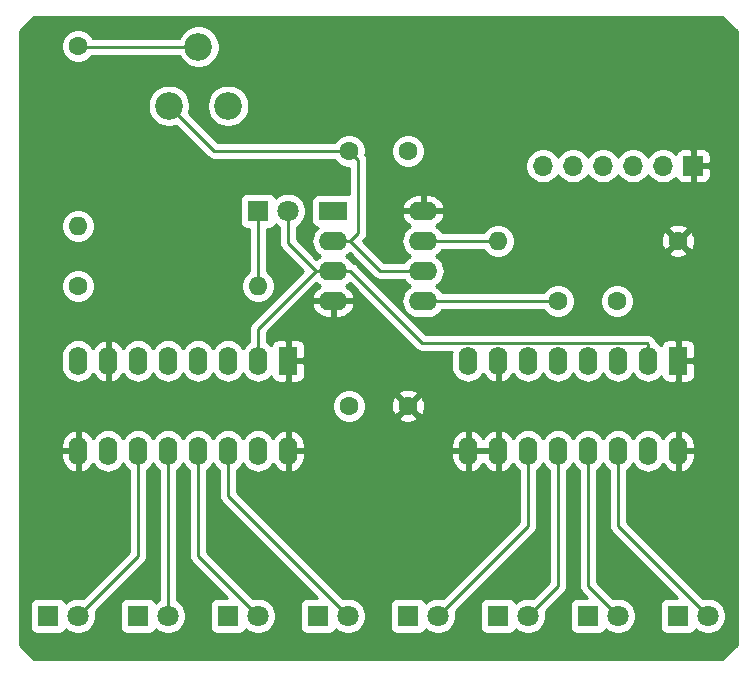
<source format=gbr>
G04 #@! TF.GenerationSoftware,KiCad,Pcbnew,5.1.5*
G04 #@! TF.CreationDate,2020-06-01T19:40:44-04:00*
G04 #@! TF.ProjectId,circuit,63697263-7569-4742-9e6b-696361645f70,rev?*
G04 #@! TF.SameCoordinates,Original*
G04 #@! TF.FileFunction,Copper,L1,Top*
G04 #@! TF.FilePolarity,Positive*
%FSLAX46Y46*%
G04 Gerber Fmt 4.6, Leading zero omitted, Abs format (unit mm)*
G04 Created by KiCad (PCBNEW 5.1.5) date 2020-06-01 19:40:44*
%MOMM*%
%LPD*%
G04 APERTURE LIST*
%ADD10C,1.600000*%
%ADD11R,1.800000X1.800000*%
%ADD12C,1.800000*%
%ADD13O,1.600000X1.600000*%
%ADD14C,2.340000*%
%ADD15R,2.400000X1.600000*%
%ADD16O,2.400000X1.600000*%
%ADD17O,1.600000X2.400000*%
%ADD18R,1.600000X2.400000*%
%ADD19R,1.700000X1.700000*%
%ADD20O,1.700000X1.700000*%
%ADD21C,0.250000*%
%ADD22C,0.254000*%
G04 APERTURE END LIST*
D10*
X118110000Y-100330000D03*
X113110000Y-100330000D03*
X130810000Y-91440000D03*
X135810000Y-91440000D03*
X118110000Y-78740000D03*
X113110000Y-78740000D03*
D11*
X87630000Y-118110000D03*
D12*
X90170000Y-118110000D03*
X97790000Y-118110000D03*
D11*
X95250000Y-118110000D03*
D12*
X105410000Y-118110000D03*
D11*
X102870000Y-118110000D03*
X110490000Y-118110000D03*
D12*
X113030000Y-118110000D03*
D11*
X105410000Y-83820000D03*
D12*
X107950000Y-83820000D03*
D11*
X118110000Y-118110000D03*
D12*
X120650000Y-118110000D03*
X128270000Y-118110000D03*
D11*
X125730000Y-118110000D03*
D12*
X135890000Y-118110000D03*
D11*
X133350000Y-118110000D03*
X140970000Y-118110000D03*
D12*
X143510000Y-118110000D03*
D13*
X125730000Y-86360000D03*
D10*
X140970000Y-86360000D03*
X90170000Y-69850000D03*
D13*
X90170000Y-85090000D03*
D10*
X90170000Y-90170000D03*
D13*
X105410000Y-90170000D03*
D14*
X102870000Y-74930000D03*
X100370000Y-69930000D03*
X97870000Y-74930000D03*
D15*
X111760000Y-83820000D03*
D16*
X119380000Y-91440000D03*
X111760000Y-86360000D03*
X119380000Y-88900000D03*
X111760000Y-88900000D03*
X119380000Y-86360000D03*
X111760000Y-91440000D03*
X119380000Y-83820000D03*
D17*
X107950000Y-104140000D03*
X90170000Y-96520000D03*
X105410000Y-104140000D03*
X92710000Y-96520000D03*
X102870000Y-104140000D03*
X95250000Y-96520000D03*
X100330000Y-104140000D03*
X97790000Y-96520000D03*
X97790000Y-104140000D03*
X100330000Y-96520000D03*
X95250000Y-104140000D03*
X102870000Y-96520000D03*
X92710000Y-104140000D03*
X105410000Y-96520000D03*
X90170000Y-104140000D03*
D18*
X107950000Y-96520000D03*
X140970000Y-96520000D03*
D17*
X123190000Y-104140000D03*
X138430000Y-96520000D03*
X125730000Y-104140000D03*
X135890000Y-96520000D03*
X128270000Y-104140000D03*
X133350000Y-96520000D03*
X130810000Y-104140000D03*
X130810000Y-96520000D03*
X133350000Y-104140000D03*
X128270000Y-96520000D03*
X135890000Y-104140000D03*
X125730000Y-96520000D03*
X138430000Y-104140000D03*
X123190000Y-96520000D03*
X140970000Y-104140000D03*
D19*
X142240000Y-80010000D03*
D20*
X139700000Y-80010000D03*
X137160000Y-80010000D03*
X134620000Y-80010000D03*
X132080000Y-80010000D03*
X129540000Y-80010000D03*
D21*
X119380000Y-91440000D02*
X130810000Y-91440000D01*
X113210000Y-86360000D02*
X111760000Y-86360000D01*
X113909999Y-79539999D02*
X113909999Y-85660001D01*
X113110000Y-78740000D02*
X113909999Y-79539999D01*
X113909999Y-85660001D02*
X113210000Y-86360000D01*
X115750000Y-88900000D02*
X119380000Y-88900000D01*
X113210000Y-86360000D02*
X115750000Y-88900000D01*
X101680000Y-78740000D02*
X113110000Y-78740000D01*
X97870000Y-74930000D02*
X101680000Y-78740000D01*
X95250000Y-113030000D02*
X90170000Y-118110000D01*
X95250000Y-104140000D02*
X95250000Y-113030000D01*
X97790000Y-104140000D02*
X97790000Y-118110000D01*
X100330000Y-113030000D02*
X105410000Y-118110000D01*
X100330000Y-104140000D02*
X100330000Y-113030000D01*
X102870000Y-107950000D02*
X113030000Y-118110000D01*
X102870000Y-104140000D02*
X102870000Y-107950000D01*
X105410000Y-83820000D02*
X105410000Y-90170000D01*
X105410000Y-93800000D02*
X110310000Y-88900000D01*
X105410000Y-96520000D02*
X105410000Y-93800000D01*
X107950000Y-86540000D02*
X107950000Y-85092792D01*
X107950000Y-85092792D02*
X107950000Y-83820000D01*
X110310000Y-88900000D02*
X107950000Y-86540000D01*
X111760000Y-88900000D02*
X110310000Y-88900000D01*
X138430000Y-95070000D02*
X138430000Y-96520000D01*
X138354990Y-94994990D02*
X138430000Y-95070000D01*
X113210000Y-88900000D02*
X119304990Y-94994990D01*
X119304990Y-94994990D02*
X138354990Y-94994990D01*
X111760000Y-88900000D02*
X113210000Y-88900000D01*
X128270000Y-110490000D02*
X120650000Y-118110000D01*
X128270000Y-104140000D02*
X128270000Y-110490000D01*
X130810000Y-115570000D02*
X128270000Y-118110000D01*
X130810000Y-104140000D02*
X130810000Y-115570000D01*
X133350000Y-115570000D02*
X135890000Y-118110000D01*
X133350000Y-104140000D02*
X133350000Y-115570000D01*
X135890000Y-110490000D02*
X143510000Y-118110000D01*
X135890000Y-104140000D02*
X135890000Y-110490000D01*
X119380000Y-86360000D02*
X125730000Y-86360000D01*
X90250000Y-69930000D02*
X90170000Y-69850000D01*
X100370000Y-69930000D02*
X90250000Y-69930000D01*
D22*
G36*
X145923000Y-68632606D02*
G01*
X145923000Y-120597394D01*
X144727394Y-121793000D01*
X86412606Y-121793000D01*
X85217000Y-120597394D01*
X85217000Y-117210000D01*
X86091928Y-117210000D01*
X86091928Y-119010000D01*
X86104188Y-119134482D01*
X86140498Y-119254180D01*
X86199463Y-119364494D01*
X86278815Y-119461185D01*
X86375506Y-119540537D01*
X86485820Y-119599502D01*
X86605518Y-119635812D01*
X86730000Y-119648072D01*
X88530000Y-119648072D01*
X88654482Y-119635812D01*
X88774180Y-119599502D01*
X88884494Y-119540537D01*
X88981185Y-119461185D01*
X89060537Y-119364494D01*
X89119502Y-119254180D01*
X89125056Y-119235873D01*
X89191495Y-119302312D01*
X89442905Y-119470299D01*
X89722257Y-119586011D01*
X90018816Y-119645000D01*
X90321184Y-119645000D01*
X90617743Y-119586011D01*
X90897095Y-119470299D01*
X91148505Y-119302312D01*
X91362312Y-119088505D01*
X91530299Y-118837095D01*
X91646011Y-118557743D01*
X91705000Y-118261184D01*
X91705000Y-117958816D01*
X91653731Y-117701070D01*
X95761003Y-113593799D01*
X95790001Y-113570001D01*
X95816332Y-113537917D01*
X95884974Y-113454277D01*
X95955546Y-113322247D01*
X95955546Y-113322246D01*
X95999003Y-113178986D01*
X96010000Y-113067333D01*
X96010000Y-113067323D01*
X96013676Y-113030000D01*
X96010000Y-112992677D01*
X96010000Y-105760900D01*
X96051100Y-105738932D01*
X96269607Y-105559608D01*
X96448932Y-105341101D01*
X96520000Y-105208142D01*
X96591068Y-105341100D01*
X96770392Y-105559607D01*
X96988899Y-105738932D01*
X97030000Y-105760901D01*
X97030001Y-116771687D01*
X96811495Y-116917688D01*
X96745056Y-116984127D01*
X96739502Y-116965820D01*
X96680537Y-116855506D01*
X96601185Y-116758815D01*
X96504494Y-116679463D01*
X96394180Y-116620498D01*
X96274482Y-116584188D01*
X96150000Y-116571928D01*
X94350000Y-116571928D01*
X94225518Y-116584188D01*
X94105820Y-116620498D01*
X93995506Y-116679463D01*
X93898815Y-116758815D01*
X93819463Y-116855506D01*
X93760498Y-116965820D01*
X93724188Y-117085518D01*
X93711928Y-117210000D01*
X93711928Y-119010000D01*
X93724188Y-119134482D01*
X93760498Y-119254180D01*
X93819463Y-119364494D01*
X93898815Y-119461185D01*
X93995506Y-119540537D01*
X94105820Y-119599502D01*
X94225518Y-119635812D01*
X94350000Y-119648072D01*
X96150000Y-119648072D01*
X96274482Y-119635812D01*
X96394180Y-119599502D01*
X96504494Y-119540537D01*
X96601185Y-119461185D01*
X96680537Y-119364494D01*
X96739502Y-119254180D01*
X96745056Y-119235873D01*
X96811495Y-119302312D01*
X97062905Y-119470299D01*
X97342257Y-119586011D01*
X97638816Y-119645000D01*
X97941184Y-119645000D01*
X98237743Y-119586011D01*
X98517095Y-119470299D01*
X98768505Y-119302312D01*
X98982312Y-119088505D01*
X99150299Y-118837095D01*
X99266011Y-118557743D01*
X99325000Y-118261184D01*
X99325000Y-117958816D01*
X99266011Y-117662257D01*
X99150299Y-117382905D01*
X98982312Y-117131495D01*
X98768505Y-116917688D01*
X98550000Y-116771687D01*
X98550000Y-105760900D01*
X98591100Y-105738932D01*
X98809607Y-105559608D01*
X98988932Y-105341101D01*
X99060000Y-105208142D01*
X99131068Y-105341100D01*
X99310392Y-105559607D01*
X99528899Y-105738932D01*
X99570000Y-105760901D01*
X99570001Y-112992668D01*
X99566324Y-113030000D01*
X99580998Y-113178985D01*
X99624454Y-113322246D01*
X99695026Y-113454276D01*
X99766201Y-113541002D01*
X99790000Y-113570001D01*
X99818998Y-113593799D01*
X102797126Y-116571928D01*
X101970000Y-116571928D01*
X101845518Y-116584188D01*
X101725820Y-116620498D01*
X101615506Y-116679463D01*
X101518815Y-116758815D01*
X101439463Y-116855506D01*
X101380498Y-116965820D01*
X101344188Y-117085518D01*
X101331928Y-117210000D01*
X101331928Y-119010000D01*
X101344188Y-119134482D01*
X101380498Y-119254180D01*
X101439463Y-119364494D01*
X101518815Y-119461185D01*
X101615506Y-119540537D01*
X101725820Y-119599502D01*
X101845518Y-119635812D01*
X101970000Y-119648072D01*
X103770000Y-119648072D01*
X103894482Y-119635812D01*
X104014180Y-119599502D01*
X104124494Y-119540537D01*
X104221185Y-119461185D01*
X104300537Y-119364494D01*
X104359502Y-119254180D01*
X104365056Y-119235873D01*
X104431495Y-119302312D01*
X104682905Y-119470299D01*
X104962257Y-119586011D01*
X105258816Y-119645000D01*
X105561184Y-119645000D01*
X105857743Y-119586011D01*
X106137095Y-119470299D01*
X106388505Y-119302312D01*
X106602312Y-119088505D01*
X106770299Y-118837095D01*
X106886011Y-118557743D01*
X106945000Y-118261184D01*
X106945000Y-117958816D01*
X106886011Y-117662257D01*
X106770299Y-117382905D01*
X106602312Y-117131495D01*
X106388505Y-116917688D01*
X106137095Y-116749701D01*
X105857743Y-116633989D01*
X105561184Y-116575000D01*
X105258816Y-116575000D01*
X105001070Y-116626269D01*
X101090000Y-112715199D01*
X101090000Y-105760900D01*
X101131100Y-105738932D01*
X101349607Y-105559608D01*
X101528932Y-105341101D01*
X101600000Y-105208142D01*
X101671068Y-105341100D01*
X101850392Y-105559607D01*
X102068899Y-105738932D01*
X102110000Y-105760901D01*
X102110001Y-107912668D01*
X102106324Y-107950000D01*
X102120998Y-108098985D01*
X102164454Y-108242246D01*
X102235026Y-108374276D01*
X102306201Y-108461002D01*
X102330000Y-108490001D01*
X102358998Y-108513799D01*
X110417126Y-116571928D01*
X109590000Y-116571928D01*
X109465518Y-116584188D01*
X109345820Y-116620498D01*
X109235506Y-116679463D01*
X109138815Y-116758815D01*
X109059463Y-116855506D01*
X109000498Y-116965820D01*
X108964188Y-117085518D01*
X108951928Y-117210000D01*
X108951928Y-119010000D01*
X108964188Y-119134482D01*
X109000498Y-119254180D01*
X109059463Y-119364494D01*
X109138815Y-119461185D01*
X109235506Y-119540537D01*
X109345820Y-119599502D01*
X109465518Y-119635812D01*
X109590000Y-119648072D01*
X111390000Y-119648072D01*
X111514482Y-119635812D01*
X111634180Y-119599502D01*
X111744494Y-119540537D01*
X111841185Y-119461185D01*
X111920537Y-119364494D01*
X111979502Y-119254180D01*
X111985056Y-119235873D01*
X112051495Y-119302312D01*
X112302905Y-119470299D01*
X112582257Y-119586011D01*
X112878816Y-119645000D01*
X113181184Y-119645000D01*
X113477743Y-119586011D01*
X113757095Y-119470299D01*
X114008505Y-119302312D01*
X114222312Y-119088505D01*
X114390299Y-118837095D01*
X114506011Y-118557743D01*
X114565000Y-118261184D01*
X114565000Y-117958816D01*
X114506011Y-117662257D01*
X114390299Y-117382905D01*
X114274768Y-117210000D01*
X116571928Y-117210000D01*
X116571928Y-119010000D01*
X116584188Y-119134482D01*
X116620498Y-119254180D01*
X116679463Y-119364494D01*
X116758815Y-119461185D01*
X116855506Y-119540537D01*
X116965820Y-119599502D01*
X117085518Y-119635812D01*
X117210000Y-119648072D01*
X119010000Y-119648072D01*
X119134482Y-119635812D01*
X119254180Y-119599502D01*
X119364494Y-119540537D01*
X119461185Y-119461185D01*
X119540537Y-119364494D01*
X119599502Y-119254180D01*
X119605056Y-119235873D01*
X119671495Y-119302312D01*
X119922905Y-119470299D01*
X120202257Y-119586011D01*
X120498816Y-119645000D01*
X120801184Y-119645000D01*
X121097743Y-119586011D01*
X121377095Y-119470299D01*
X121628505Y-119302312D01*
X121842312Y-119088505D01*
X122010299Y-118837095D01*
X122126011Y-118557743D01*
X122185000Y-118261184D01*
X122185000Y-117958816D01*
X122133731Y-117701070D01*
X128781003Y-111053799D01*
X128810001Y-111030001D01*
X128904974Y-110914276D01*
X128975546Y-110782247D01*
X129019003Y-110638986D01*
X129030000Y-110527333D01*
X129030000Y-110527324D01*
X129033676Y-110490001D01*
X129030000Y-110452678D01*
X129030000Y-105760900D01*
X129071100Y-105738932D01*
X129289607Y-105559608D01*
X129468932Y-105341101D01*
X129540000Y-105208142D01*
X129611068Y-105341100D01*
X129790392Y-105559607D01*
X130008899Y-105738932D01*
X130050000Y-105760901D01*
X130050001Y-115255196D01*
X128678930Y-116626269D01*
X128421184Y-116575000D01*
X128118816Y-116575000D01*
X127822257Y-116633989D01*
X127542905Y-116749701D01*
X127291495Y-116917688D01*
X127225056Y-116984127D01*
X127219502Y-116965820D01*
X127160537Y-116855506D01*
X127081185Y-116758815D01*
X126984494Y-116679463D01*
X126874180Y-116620498D01*
X126754482Y-116584188D01*
X126630000Y-116571928D01*
X124830000Y-116571928D01*
X124705518Y-116584188D01*
X124585820Y-116620498D01*
X124475506Y-116679463D01*
X124378815Y-116758815D01*
X124299463Y-116855506D01*
X124240498Y-116965820D01*
X124204188Y-117085518D01*
X124191928Y-117210000D01*
X124191928Y-119010000D01*
X124204188Y-119134482D01*
X124240498Y-119254180D01*
X124299463Y-119364494D01*
X124378815Y-119461185D01*
X124475506Y-119540537D01*
X124585820Y-119599502D01*
X124705518Y-119635812D01*
X124830000Y-119648072D01*
X126630000Y-119648072D01*
X126754482Y-119635812D01*
X126874180Y-119599502D01*
X126984494Y-119540537D01*
X127081185Y-119461185D01*
X127160537Y-119364494D01*
X127219502Y-119254180D01*
X127225056Y-119235873D01*
X127291495Y-119302312D01*
X127542905Y-119470299D01*
X127822257Y-119586011D01*
X128118816Y-119645000D01*
X128421184Y-119645000D01*
X128717743Y-119586011D01*
X128997095Y-119470299D01*
X129248505Y-119302312D01*
X129462312Y-119088505D01*
X129630299Y-118837095D01*
X129746011Y-118557743D01*
X129805000Y-118261184D01*
X129805000Y-117958816D01*
X129753731Y-117701070D01*
X131321008Y-116133795D01*
X131350001Y-116110001D01*
X131373795Y-116081008D01*
X131373799Y-116081004D01*
X131444973Y-115994277D01*
X131444974Y-115994276D01*
X131515546Y-115862247D01*
X131559003Y-115718986D01*
X131570000Y-115607333D01*
X131570000Y-115607324D01*
X131573676Y-115570001D01*
X131570000Y-115532678D01*
X131570000Y-105760900D01*
X131611100Y-105738932D01*
X131829607Y-105559608D01*
X132008932Y-105341101D01*
X132080000Y-105208142D01*
X132151068Y-105341100D01*
X132330392Y-105559607D01*
X132548899Y-105738932D01*
X132590000Y-105760901D01*
X132590001Y-115532668D01*
X132586324Y-115570000D01*
X132590001Y-115607333D01*
X132600998Y-115718986D01*
X132614180Y-115762442D01*
X132644454Y-115862246D01*
X132715026Y-115994276D01*
X132786201Y-116081002D01*
X132810000Y-116110001D01*
X132838998Y-116133799D01*
X133277127Y-116571928D01*
X132450000Y-116571928D01*
X132325518Y-116584188D01*
X132205820Y-116620498D01*
X132095506Y-116679463D01*
X131998815Y-116758815D01*
X131919463Y-116855506D01*
X131860498Y-116965820D01*
X131824188Y-117085518D01*
X131811928Y-117210000D01*
X131811928Y-119010000D01*
X131824188Y-119134482D01*
X131860498Y-119254180D01*
X131919463Y-119364494D01*
X131998815Y-119461185D01*
X132095506Y-119540537D01*
X132205820Y-119599502D01*
X132325518Y-119635812D01*
X132450000Y-119648072D01*
X134250000Y-119648072D01*
X134374482Y-119635812D01*
X134494180Y-119599502D01*
X134604494Y-119540537D01*
X134701185Y-119461185D01*
X134780537Y-119364494D01*
X134839502Y-119254180D01*
X134845056Y-119235873D01*
X134911495Y-119302312D01*
X135162905Y-119470299D01*
X135442257Y-119586011D01*
X135738816Y-119645000D01*
X136041184Y-119645000D01*
X136337743Y-119586011D01*
X136617095Y-119470299D01*
X136868505Y-119302312D01*
X137082312Y-119088505D01*
X137250299Y-118837095D01*
X137366011Y-118557743D01*
X137425000Y-118261184D01*
X137425000Y-117958816D01*
X137366011Y-117662257D01*
X137250299Y-117382905D01*
X137082312Y-117131495D01*
X136868505Y-116917688D01*
X136617095Y-116749701D01*
X136337743Y-116633989D01*
X136041184Y-116575000D01*
X135738816Y-116575000D01*
X135481071Y-116626268D01*
X134110000Y-115255199D01*
X134110000Y-105760900D01*
X134151100Y-105738932D01*
X134369607Y-105559608D01*
X134548932Y-105341101D01*
X134620000Y-105208142D01*
X134691068Y-105341100D01*
X134870392Y-105559607D01*
X135088899Y-105738932D01*
X135130000Y-105760901D01*
X135130001Y-110452668D01*
X135126324Y-110490000D01*
X135130001Y-110527333D01*
X135140998Y-110638986D01*
X135154180Y-110682442D01*
X135184454Y-110782246D01*
X135255026Y-110914276D01*
X135326201Y-111001002D01*
X135350000Y-111030001D01*
X135378998Y-111053799D01*
X140897126Y-116571928D01*
X140070000Y-116571928D01*
X139945518Y-116584188D01*
X139825820Y-116620498D01*
X139715506Y-116679463D01*
X139618815Y-116758815D01*
X139539463Y-116855506D01*
X139480498Y-116965820D01*
X139444188Y-117085518D01*
X139431928Y-117210000D01*
X139431928Y-119010000D01*
X139444188Y-119134482D01*
X139480498Y-119254180D01*
X139539463Y-119364494D01*
X139618815Y-119461185D01*
X139715506Y-119540537D01*
X139825820Y-119599502D01*
X139945518Y-119635812D01*
X140070000Y-119648072D01*
X141870000Y-119648072D01*
X141994482Y-119635812D01*
X142114180Y-119599502D01*
X142224494Y-119540537D01*
X142321185Y-119461185D01*
X142400537Y-119364494D01*
X142459502Y-119254180D01*
X142465056Y-119235873D01*
X142531495Y-119302312D01*
X142782905Y-119470299D01*
X143062257Y-119586011D01*
X143358816Y-119645000D01*
X143661184Y-119645000D01*
X143957743Y-119586011D01*
X144237095Y-119470299D01*
X144488505Y-119302312D01*
X144702312Y-119088505D01*
X144870299Y-118837095D01*
X144986011Y-118557743D01*
X145045000Y-118261184D01*
X145045000Y-117958816D01*
X144986011Y-117662257D01*
X144870299Y-117382905D01*
X144702312Y-117131495D01*
X144488505Y-116917688D01*
X144237095Y-116749701D01*
X143957743Y-116633989D01*
X143661184Y-116575000D01*
X143358816Y-116575000D01*
X143101070Y-116626269D01*
X136650000Y-110175199D01*
X136650000Y-105760900D01*
X136691100Y-105738932D01*
X136909607Y-105559608D01*
X137088932Y-105341101D01*
X137160000Y-105208142D01*
X137231068Y-105341100D01*
X137410392Y-105559607D01*
X137628899Y-105738932D01*
X137878192Y-105872182D01*
X138148691Y-105954236D01*
X138430000Y-105981943D01*
X138711308Y-105954236D01*
X138981807Y-105872182D01*
X139231100Y-105738932D01*
X139449607Y-105559608D01*
X139628932Y-105341101D01*
X139697265Y-105213259D01*
X139847399Y-105442839D01*
X140045105Y-105644500D01*
X140278354Y-105803715D01*
X140538182Y-105914367D01*
X140620961Y-105931904D01*
X140843000Y-105809915D01*
X140843000Y-104267000D01*
X141097000Y-104267000D01*
X141097000Y-105809915D01*
X141319039Y-105931904D01*
X141401818Y-105914367D01*
X141661646Y-105803715D01*
X141894895Y-105644500D01*
X142092601Y-105442839D01*
X142247166Y-105206483D01*
X142352650Y-104944514D01*
X142405000Y-104667000D01*
X142405000Y-104267000D01*
X141097000Y-104267000D01*
X140843000Y-104267000D01*
X140823000Y-104267000D01*
X140823000Y-104013000D01*
X140843000Y-104013000D01*
X140843000Y-102470085D01*
X141097000Y-102470085D01*
X141097000Y-104013000D01*
X142405000Y-104013000D01*
X142405000Y-103613000D01*
X142352650Y-103335486D01*
X142247166Y-103073517D01*
X142092601Y-102837161D01*
X141894895Y-102635500D01*
X141661646Y-102476285D01*
X141401818Y-102365633D01*
X141319039Y-102348096D01*
X141097000Y-102470085D01*
X140843000Y-102470085D01*
X140620961Y-102348096D01*
X140538182Y-102365633D01*
X140278354Y-102476285D01*
X140045105Y-102635500D01*
X139847399Y-102837161D01*
X139697265Y-103066741D01*
X139628932Y-102938899D01*
X139449608Y-102720392D01*
X139231101Y-102541068D01*
X138981808Y-102407818D01*
X138711309Y-102325764D01*
X138430000Y-102298057D01*
X138148692Y-102325764D01*
X137878193Y-102407818D01*
X137628900Y-102541068D01*
X137410393Y-102720392D01*
X137231068Y-102938899D01*
X137160000Y-103071858D01*
X137088932Y-102938899D01*
X136909608Y-102720392D01*
X136691101Y-102541068D01*
X136441808Y-102407818D01*
X136171309Y-102325764D01*
X135890000Y-102298057D01*
X135608692Y-102325764D01*
X135338193Y-102407818D01*
X135088900Y-102541068D01*
X134870393Y-102720392D01*
X134691068Y-102938899D01*
X134620000Y-103071858D01*
X134548932Y-102938899D01*
X134369608Y-102720392D01*
X134151101Y-102541068D01*
X133901808Y-102407818D01*
X133631309Y-102325764D01*
X133350000Y-102298057D01*
X133068692Y-102325764D01*
X132798193Y-102407818D01*
X132548900Y-102541068D01*
X132330393Y-102720392D01*
X132151068Y-102938899D01*
X132080000Y-103071858D01*
X132008932Y-102938899D01*
X131829608Y-102720392D01*
X131611101Y-102541068D01*
X131361808Y-102407818D01*
X131091309Y-102325764D01*
X130810000Y-102298057D01*
X130528692Y-102325764D01*
X130258193Y-102407818D01*
X130008900Y-102541068D01*
X129790393Y-102720392D01*
X129611068Y-102938899D01*
X129540000Y-103071858D01*
X129468932Y-102938899D01*
X129289608Y-102720392D01*
X129071101Y-102541068D01*
X128821808Y-102407818D01*
X128551309Y-102325764D01*
X128270000Y-102298057D01*
X127988692Y-102325764D01*
X127718193Y-102407818D01*
X127468900Y-102541068D01*
X127250393Y-102720392D01*
X127071068Y-102938899D01*
X127002735Y-103066741D01*
X126852601Y-102837161D01*
X126654895Y-102635500D01*
X126421646Y-102476285D01*
X126161818Y-102365633D01*
X126079039Y-102348096D01*
X125857000Y-102470085D01*
X125857000Y-104013000D01*
X125877000Y-104013000D01*
X125877000Y-104267000D01*
X125857000Y-104267000D01*
X125857000Y-105809915D01*
X126079039Y-105931904D01*
X126161818Y-105914367D01*
X126421646Y-105803715D01*
X126654895Y-105644500D01*
X126852601Y-105442839D01*
X127002735Y-105213258D01*
X127071068Y-105341100D01*
X127250392Y-105559607D01*
X127468899Y-105738932D01*
X127510000Y-105760901D01*
X127510001Y-110175197D01*
X121058930Y-116626269D01*
X120801184Y-116575000D01*
X120498816Y-116575000D01*
X120202257Y-116633989D01*
X119922905Y-116749701D01*
X119671495Y-116917688D01*
X119605056Y-116984127D01*
X119599502Y-116965820D01*
X119540537Y-116855506D01*
X119461185Y-116758815D01*
X119364494Y-116679463D01*
X119254180Y-116620498D01*
X119134482Y-116584188D01*
X119010000Y-116571928D01*
X117210000Y-116571928D01*
X117085518Y-116584188D01*
X116965820Y-116620498D01*
X116855506Y-116679463D01*
X116758815Y-116758815D01*
X116679463Y-116855506D01*
X116620498Y-116965820D01*
X116584188Y-117085518D01*
X116571928Y-117210000D01*
X114274768Y-117210000D01*
X114222312Y-117131495D01*
X114008505Y-116917688D01*
X113757095Y-116749701D01*
X113477743Y-116633989D01*
X113181184Y-116575000D01*
X112878816Y-116575000D01*
X112621070Y-116626269D01*
X103630000Y-107635199D01*
X103630000Y-105760900D01*
X103671100Y-105738932D01*
X103889607Y-105559608D01*
X104068932Y-105341101D01*
X104140000Y-105208142D01*
X104211068Y-105341100D01*
X104390392Y-105559607D01*
X104608899Y-105738932D01*
X104858192Y-105872182D01*
X105128691Y-105954236D01*
X105410000Y-105981943D01*
X105691308Y-105954236D01*
X105961807Y-105872182D01*
X106211100Y-105738932D01*
X106429607Y-105559608D01*
X106608932Y-105341101D01*
X106677265Y-105213259D01*
X106827399Y-105442839D01*
X107025105Y-105644500D01*
X107258354Y-105803715D01*
X107518182Y-105914367D01*
X107600961Y-105931904D01*
X107823000Y-105809915D01*
X107823000Y-104267000D01*
X108077000Y-104267000D01*
X108077000Y-105809915D01*
X108299039Y-105931904D01*
X108381818Y-105914367D01*
X108641646Y-105803715D01*
X108874895Y-105644500D01*
X109072601Y-105442839D01*
X109227166Y-105206483D01*
X109332650Y-104944514D01*
X109385000Y-104667000D01*
X109385000Y-104267000D01*
X121755000Y-104267000D01*
X121755000Y-104667000D01*
X121807350Y-104944514D01*
X121912834Y-105206483D01*
X122067399Y-105442839D01*
X122265105Y-105644500D01*
X122498354Y-105803715D01*
X122758182Y-105914367D01*
X122840961Y-105931904D01*
X123063000Y-105809915D01*
X123063000Y-104267000D01*
X123317000Y-104267000D01*
X123317000Y-105809915D01*
X123539039Y-105931904D01*
X123621818Y-105914367D01*
X123881646Y-105803715D01*
X124114895Y-105644500D01*
X124312601Y-105442839D01*
X124460000Y-105217441D01*
X124607399Y-105442839D01*
X124805105Y-105644500D01*
X125038354Y-105803715D01*
X125298182Y-105914367D01*
X125380961Y-105931904D01*
X125603000Y-105809915D01*
X125603000Y-104267000D01*
X123317000Y-104267000D01*
X123063000Y-104267000D01*
X121755000Y-104267000D01*
X109385000Y-104267000D01*
X108077000Y-104267000D01*
X107823000Y-104267000D01*
X107803000Y-104267000D01*
X107803000Y-104013000D01*
X107823000Y-104013000D01*
X107823000Y-102470085D01*
X108077000Y-102470085D01*
X108077000Y-104013000D01*
X109385000Y-104013000D01*
X109385000Y-103613000D01*
X121755000Y-103613000D01*
X121755000Y-104013000D01*
X123063000Y-104013000D01*
X123063000Y-102470085D01*
X123317000Y-102470085D01*
X123317000Y-104013000D01*
X125603000Y-104013000D01*
X125603000Y-102470085D01*
X125380961Y-102348096D01*
X125298182Y-102365633D01*
X125038354Y-102476285D01*
X124805105Y-102635500D01*
X124607399Y-102837161D01*
X124460000Y-103062559D01*
X124312601Y-102837161D01*
X124114895Y-102635500D01*
X123881646Y-102476285D01*
X123621818Y-102365633D01*
X123539039Y-102348096D01*
X123317000Y-102470085D01*
X123063000Y-102470085D01*
X122840961Y-102348096D01*
X122758182Y-102365633D01*
X122498354Y-102476285D01*
X122265105Y-102635500D01*
X122067399Y-102837161D01*
X121912834Y-103073517D01*
X121807350Y-103335486D01*
X121755000Y-103613000D01*
X109385000Y-103613000D01*
X109332650Y-103335486D01*
X109227166Y-103073517D01*
X109072601Y-102837161D01*
X108874895Y-102635500D01*
X108641646Y-102476285D01*
X108381818Y-102365633D01*
X108299039Y-102348096D01*
X108077000Y-102470085D01*
X107823000Y-102470085D01*
X107600961Y-102348096D01*
X107518182Y-102365633D01*
X107258354Y-102476285D01*
X107025105Y-102635500D01*
X106827399Y-102837161D01*
X106677265Y-103066741D01*
X106608932Y-102938899D01*
X106429608Y-102720392D01*
X106211101Y-102541068D01*
X105961808Y-102407818D01*
X105691309Y-102325764D01*
X105410000Y-102298057D01*
X105128692Y-102325764D01*
X104858193Y-102407818D01*
X104608900Y-102541068D01*
X104390393Y-102720392D01*
X104211068Y-102938899D01*
X104140000Y-103071858D01*
X104068932Y-102938899D01*
X103889608Y-102720392D01*
X103671101Y-102541068D01*
X103421808Y-102407818D01*
X103151309Y-102325764D01*
X102870000Y-102298057D01*
X102588692Y-102325764D01*
X102318193Y-102407818D01*
X102068900Y-102541068D01*
X101850393Y-102720392D01*
X101671068Y-102938899D01*
X101600000Y-103071858D01*
X101528932Y-102938899D01*
X101349608Y-102720392D01*
X101131101Y-102541068D01*
X100881808Y-102407818D01*
X100611309Y-102325764D01*
X100330000Y-102298057D01*
X100048692Y-102325764D01*
X99778193Y-102407818D01*
X99528900Y-102541068D01*
X99310393Y-102720392D01*
X99131068Y-102938899D01*
X99060000Y-103071858D01*
X98988932Y-102938899D01*
X98809608Y-102720392D01*
X98591101Y-102541068D01*
X98341808Y-102407818D01*
X98071309Y-102325764D01*
X97790000Y-102298057D01*
X97508692Y-102325764D01*
X97238193Y-102407818D01*
X96988900Y-102541068D01*
X96770393Y-102720392D01*
X96591068Y-102938899D01*
X96520000Y-103071858D01*
X96448932Y-102938899D01*
X96269608Y-102720392D01*
X96051101Y-102541068D01*
X95801808Y-102407818D01*
X95531309Y-102325764D01*
X95250000Y-102298057D01*
X94968692Y-102325764D01*
X94698193Y-102407818D01*
X94448900Y-102541068D01*
X94230393Y-102720392D01*
X94051068Y-102938899D01*
X93980000Y-103071858D01*
X93908932Y-102938899D01*
X93729608Y-102720392D01*
X93511101Y-102541068D01*
X93261808Y-102407818D01*
X92991309Y-102325764D01*
X92710000Y-102298057D01*
X92428692Y-102325764D01*
X92158193Y-102407818D01*
X91908900Y-102541068D01*
X91690393Y-102720392D01*
X91511068Y-102938899D01*
X91442735Y-103066741D01*
X91292601Y-102837161D01*
X91094895Y-102635500D01*
X90861646Y-102476285D01*
X90601818Y-102365633D01*
X90519039Y-102348096D01*
X90297000Y-102470085D01*
X90297000Y-104013000D01*
X90317000Y-104013000D01*
X90317000Y-104267000D01*
X90297000Y-104267000D01*
X90297000Y-105809915D01*
X90519039Y-105931904D01*
X90601818Y-105914367D01*
X90861646Y-105803715D01*
X91094895Y-105644500D01*
X91292601Y-105442839D01*
X91442735Y-105213258D01*
X91511068Y-105341100D01*
X91690392Y-105559607D01*
X91908899Y-105738932D01*
X92158192Y-105872182D01*
X92428691Y-105954236D01*
X92710000Y-105981943D01*
X92991308Y-105954236D01*
X93261807Y-105872182D01*
X93511100Y-105738932D01*
X93729607Y-105559608D01*
X93908932Y-105341101D01*
X93980000Y-105208142D01*
X94051068Y-105341100D01*
X94230392Y-105559607D01*
X94448899Y-105738932D01*
X94490000Y-105760901D01*
X94490001Y-112715197D01*
X90578930Y-116626269D01*
X90321184Y-116575000D01*
X90018816Y-116575000D01*
X89722257Y-116633989D01*
X89442905Y-116749701D01*
X89191495Y-116917688D01*
X89125056Y-116984127D01*
X89119502Y-116965820D01*
X89060537Y-116855506D01*
X88981185Y-116758815D01*
X88884494Y-116679463D01*
X88774180Y-116620498D01*
X88654482Y-116584188D01*
X88530000Y-116571928D01*
X86730000Y-116571928D01*
X86605518Y-116584188D01*
X86485820Y-116620498D01*
X86375506Y-116679463D01*
X86278815Y-116758815D01*
X86199463Y-116855506D01*
X86140498Y-116965820D01*
X86104188Y-117085518D01*
X86091928Y-117210000D01*
X85217000Y-117210000D01*
X85217000Y-104267000D01*
X88735000Y-104267000D01*
X88735000Y-104667000D01*
X88787350Y-104944514D01*
X88892834Y-105206483D01*
X89047399Y-105442839D01*
X89245105Y-105644500D01*
X89478354Y-105803715D01*
X89738182Y-105914367D01*
X89820961Y-105931904D01*
X90043000Y-105809915D01*
X90043000Y-104267000D01*
X88735000Y-104267000D01*
X85217000Y-104267000D01*
X85217000Y-103613000D01*
X88735000Y-103613000D01*
X88735000Y-104013000D01*
X90043000Y-104013000D01*
X90043000Y-102470085D01*
X89820961Y-102348096D01*
X89738182Y-102365633D01*
X89478354Y-102476285D01*
X89245105Y-102635500D01*
X89047399Y-102837161D01*
X88892834Y-103073517D01*
X88787350Y-103335486D01*
X88735000Y-103613000D01*
X85217000Y-103613000D01*
X85217000Y-100188665D01*
X111675000Y-100188665D01*
X111675000Y-100471335D01*
X111730147Y-100748574D01*
X111838320Y-101009727D01*
X111995363Y-101244759D01*
X112195241Y-101444637D01*
X112430273Y-101601680D01*
X112691426Y-101709853D01*
X112968665Y-101765000D01*
X113251335Y-101765000D01*
X113528574Y-101709853D01*
X113789727Y-101601680D01*
X114024759Y-101444637D01*
X114146694Y-101322702D01*
X117296903Y-101322702D01*
X117368486Y-101566671D01*
X117623996Y-101687571D01*
X117898184Y-101756300D01*
X118180512Y-101770217D01*
X118460130Y-101728787D01*
X118726292Y-101633603D01*
X118851514Y-101566671D01*
X118923097Y-101322702D01*
X118110000Y-100509605D01*
X117296903Y-101322702D01*
X114146694Y-101322702D01*
X114224637Y-101244759D01*
X114381680Y-101009727D01*
X114489853Y-100748574D01*
X114545000Y-100471335D01*
X114545000Y-100400512D01*
X116669783Y-100400512D01*
X116711213Y-100680130D01*
X116806397Y-100946292D01*
X116873329Y-101071514D01*
X117117298Y-101143097D01*
X117930395Y-100330000D01*
X118289605Y-100330000D01*
X119102702Y-101143097D01*
X119346671Y-101071514D01*
X119467571Y-100816004D01*
X119536300Y-100541816D01*
X119550217Y-100259488D01*
X119508787Y-99979870D01*
X119413603Y-99713708D01*
X119346671Y-99588486D01*
X119102702Y-99516903D01*
X118289605Y-100330000D01*
X117930395Y-100330000D01*
X117117298Y-99516903D01*
X116873329Y-99588486D01*
X116752429Y-99843996D01*
X116683700Y-100118184D01*
X116669783Y-100400512D01*
X114545000Y-100400512D01*
X114545000Y-100188665D01*
X114489853Y-99911426D01*
X114381680Y-99650273D01*
X114224637Y-99415241D01*
X114146694Y-99337298D01*
X117296903Y-99337298D01*
X118110000Y-100150395D01*
X118923097Y-99337298D01*
X118851514Y-99093329D01*
X118596004Y-98972429D01*
X118321816Y-98903700D01*
X118039488Y-98889783D01*
X117759870Y-98931213D01*
X117493708Y-99026397D01*
X117368486Y-99093329D01*
X117296903Y-99337298D01*
X114146694Y-99337298D01*
X114024759Y-99215363D01*
X113789727Y-99058320D01*
X113528574Y-98950147D01*
X113251335Y-98895000D01*
X112968665Y-98895000D01*
X112691426Y-98950147D01*
X112430273Y-99058320D01*
X112195241Y-99215363D01*
X111995363Y-99415241D01*
X111838320Y-99650273D01*
X111730147Y-99911426D01*
X111675000Y-100188665D01*
X85217000Y-100188665D01*
X85217000Y-96049508D01*
X88735000Y-96049508D01*
X88735000Y-96990491D01*
X88755764Y-97201308D01*
X88837818Y-97471807D01*
X88971068Y-97721100D01*
X89150392Y-97939607D01*
X89368899Y-98118932D01*
X89618192Y-98252182D01*
X89888691Y-98334236D01*
X90170000Y-98361943D01*
X90451308Y-98334236D01*
X90721807Y-98252182D01*
X90971100Y-98118932D01*
X91189607Y-97939608D01*
X91368932Y-97721101D01*
X91437265Y-97593259D01*
X91587399Y-97822839D01*
X91785105Y-98024500D01*
X92018354Y-98183715D01*
X92278182Y-98294367D01*
X92360961Y-98311904D01*
X92583000Y-98189915D01*
X92583000Y-96647000D01*
X92563000Y-96647000D01*
X92563000Y-96393000D01*
X92583000Y-96393000D01*
X92583000Y-94850085D01*
X92837000Y-94850085D01*
X92837000Y-96393000D01*
X92857000Y-96393000D01*
X92857000Y-96647000D01*
X92837000Y-96647000D01*
X92837000Y-98189915D01*
X93059039Y-98311904D01*
X93141818Y-98294367D01*
X93401646Y-98183715D01*
X93634895Y-98024500D01*
X93832601Y-97822839D01*
X93982735Y-97593258D01*
X94051068Y-97721100D01*
X94230392Y-97939607D01*
X94448899Y-98118932D01*
X94698192Y-98252182D01*
X94968691Y-98334236D01*
X95250000Y-98361943D01*
X95531308Y-98334236D01*
X95801807Y-98252182D01*
X96051100Y-98118932D01*
X96269607Y-97939608D01*
X96448932Y-97721101D01*
X96520000Y-97588142D01*
X96591068Y-97721100D01*
X96770392Y-97939607D01*
X96988899Y-98118932D01*
X97238192Y-98252182D01*
X97508691Y-98334236D01*
X97790000Y-98361943D01*
X98071308Y-98334236D01*
X98341807Y-98252182D01*
X98591100Y-98118932D01*
X98809607Y-97939608D01*
X98988932Y-97721101D01*
X99060000Y-97588142D01*
X99131068Y-97721100D01*
X99310392Y-97939607D01*
X99528899Y-98118932D01*
X99778192Y-98252182D01*
X100048691Y-98334236D01*
X100330000Y-98361943D01*
X100611308Y-98334236D01*
X100881807Y-98252182D01*
X101131100Y-98118932D01*
X101349607Y-97939608D01*
X101528932Y-97721101D01*
X101600000Y-97588142D01*
X101671068Y-97721100D01*
X101850392Y-97939607D01*
X102068899Y-98118932D01*
X102318192Y-98252182D01*
X102588691Y-98334236D01*
X102870000Y-98361943D01*
X103151308Y-98334236D01*
X103421807Y-98252182D01*
X103671100Y-98118932D01*
X103889607Y-97939608D01*
X104068932Y-97721101D01*
X104140000Y-97588142D01*
X104211068Y-97721100D01*
X104390392Y-97939607D01*
X104608899Y-98118932D01*
X104858192Y-98252182D01*
X105128691Y-98334236D01*
X105410000Y-98361943D01*
X105691308Y-98334236D01*
X105961807Y-98252182D01*
X106211100Y-98118932D01*
X106429607Y-97939608D01*
X106522419Y-97826517D01*
X106524188Y-97844482D01*
X106560498Y-97964180D01*
X106619463Y-98074494D01*
X106698815Y-98171185D01*
X106795506Y-98250537D01*
X106905820Y-98309502D01*
X107025518Y-98345812D01*
X107150000Y-98358072D01*
X107664250Y-98355000D01*
X107823000Y-98196250D01*
X107823000Y-96647000D01*
X108077000Y-96647000D01*
X108077000Y-98196250D01*
X108235750Y-98355000D01*
X108750000Y-98358072D01*
X108874482Y-98345812D01*
X108994180Y-98309502D01*
X109104494Y-98250537D01*
X109201185Y-98171185D01*
X109280537Y-98074494D01*
X109339502Y-97964180D01*
X109375812Y-97844482D01*
X109388072Y-97720000D01*
X109385000Y-96805750D01*
X109226250Y-96647000D01*
X108077000Y-96647000D01*
X107823000Y-96647000D01*
X107803000Y-96647000D01*
X107803000Y-96393000D01*
X107823000Y-96393000D01*
X107823000Y-94843750D01*
X108077000Y-94843750D01*
X108077000Y-96393000D01*
X109226250Y-96393000D01*
X109385000Y-96234250D01*
X109388072Y-95320000D01*
X109375812Y-95195518D01*
X109339502Y-95075820D01*
X109280537Y-94965506D01*
X109201185Y-94868815D01*
X109104494Y-94789463D01*
X108994180Y-94730498D01*
X108874482Y-94694188D01*
X108750000Y-94681928D01*
X108235750Y-94685000D01*
X108077000Y-94843750D01*
X107823000Y-94843750D01*
X107664250Y-94685000D01*
X107150000Y-94681928D01*
X107025518Y-94694188D01*
X106905820Y-94730498D01*
X106795506Y-94789463D01*
X106698815Y-94868815D01*
X106619463Y-94965506D01*
X106560498Y-95075820D01*
X106524188Y-95195518D01*
X106522419Y-95213482D01*
X106429608Y-95100392D01*
X106211101Y-94921068D01*
X106170000Y-94899099D01*
X106170000Y-94114801D01*
X108495763Y-91789039D01*
X109968096Y-91789039D01*
X109985633Y-91871818D01*
X110096285Y-92131646D01*
X110255500Y-92364895D01*
X110457161Y-92562601D01*
X110693517Y-92717166D01*
X110955486Y-92822650D01*
X111233000Y-92875000D01*
X111633000Y-92875000D01*
X111633000Y-91567000D01*
X111887000Y-91567000D01*
X111887000Y-92875000D01*
X112287000Y-92875000D01*
X112564514Y-92822650D01*
X112826483Y-92717166D01*
X113062839Y-92562601D01*
X113264500Y-92364895D01*
X113423715Y-92131646D01*
X113534367Y-91871818D01*
X113551904Y-91789039D01*
X113429915Y-91567000D01*
X111887000Y-91567000D01*
X111633000Y-91567000D01*
X110090085Y-91567000D01*
X109968096Y-91789039D01*
X108495763Y-91789039D01*
X110354015Y-89930788D01*
X110558899Y-90098932D01*
X110686741Y-90167265D01*
X110457161Y-90317399D01*
X110255500Y-90515105D01*
X110096285Y-90748354D01*
X109985633Y-91008182D01*
X109968096Y-91090961D01*
X110090085Y-91313000D01*
X111633000Y-91313000D01*
X111633000Y-91293000D01*
X111887000Y-91293000D01*
X111887000Y-91313000D01*
X113429915Y-91313000D01*
X113551904Y-91090961D01*
X113534367Y-91008182D01*
X113423715Y-90748354D01*
X113264500Y-90515105D01*
X113062839Y-90317399D01*
X112833259Y-90167265D01*
X112961101Y-90098932D01*
X113165986Y-89930787D01*
X118741190Y-95505992D01*
X118764989Y-95534991D01*
X118793987Y-95558789D01*
X118880714Y-95629964D01*
X119012743Y-95700536D01*
X119156004Y-95743993D01*
X119304990Y-95758667D01*
X119342323Y-95754990D01*
X121801154Y-95754990D01*
X121775764Y-95838691D01*
X121755000Y-96049508D01*
X121755000Y-96990491D01*
X121775764Y-97201308D01*
X121857818Y-97471807D01*
X121991068Y-97721100D01*
X122170392Y-97939607D01*
X122388899Y-98118932D01*
X122638192Y-98252182D01*
X122908691Y-98334236D01*
X123190000Y-98361943D01*
X123471308Y-98334236D01*
X123741807Y-98252182D01*
X123991100Y-98118932D01*
X124209607Y-97939608D01*
X124388932Y-97721101D01*
X124457265Y-97593259D01*
X124607399Y-97822839D01*
X124805105Y-98024500D01*
X125038354Y-98183715D01*
X125298182Y-98294367D01*
X125380961Y-98311904D01*
X125603000Y-98189915D01*
X125603000Y-96647000D01*
X125583000Y-96647000D01*
X125583000Y-96393000D01*
X125603000Y-96393000D01*
X125603000Y-96373000D01*
X125857000Y-96373000D01*
X125857000Y-96393000D01*
X125877000Y-96393000D01*
X125877000Y-96647000D01*
X125857000Y-96647000D01*
X125857000Y-98189915D01*
X126079039Y-98311904D01*
X126161818Y-98294367D01*
X126421646Y-98183715D01*
X126654895Y-98024500D01*
X126852601Y-97822839D01*
X127002735Y-97593258D01*
X127071068Y-97721100D01*
X127250392Y-97939607D01*
X127468899Y-98118932D01*
X127718192Y-98252182D01*
X127988691Y-98334236D01*
X128270000Y-98361943D01*
X128551308Y-98334236D01*
X128821807Y-98252182D01*
X129071100Y-98118932D01*
X129289607Y-97939608D01*
X129468932Y-97721101D01*
X129540000Y-97588142D01*
X129611068Y-97721100D01*
X129790392Y-97939607D01*
X130008899Y-98118932D01*
X130258192Y-98252182D01*
X130528691Y-98334236D01*
X130810000Y-98361943D01*
X131091308Y-98334236D01*
X131361807Y-98252182D01*
X131611100Y-98118932D01*
X131829607Y-97939608D01*
X132008932Y-97721101D01*
X132080000Y-97588142D01*
X132151068Y-97721100D01*
X132330392Y-97939607D01*
X132548899Y-98118932D01*
X132798192Y-98252182D01*
X133068691Y-98334236D01*
X133350000Y-98361943D01*
X133631308Y-98334236D01*
X133901807Y-98252182D01*
X134151100Y-98118932D01*
X134369607Y-97939608D01*
X134548932Y-97721101D01*
X134620000Y-97588142D01*
X134691068Y-97721100D01*
X134870392Y-97939607D01*
X135088899Y-98118932D01*
X135338192Y-98252182D01*
X135608691Y-98334236D01*
X135890000Y-98361943D01*
X136171308Y-98334236D01*
X136441807Y-98252182D01*
X136691100Y-98118932D01*
X136909607Y-97939608D01*
X137088932Y-97721101D01*
X137160000Y-97588142D01*
X137231068Y-97721100D01*
X137410392Y-97939607D01*
X137628899Y-98118932D01*
X137878192Y-98252182D01*
X138148691Y-98334236D01*
X138430000Y-98361943D01*
X138711308Y-98334236D01*
X138981807Y-98252182D01*
X139231100Y-98118932D01*
X139449607Y-97939608D01*
X139542419Y-97826517D01*
X139544188Y-97844482D01*
X139580498Y-97964180D01*
X139639463Y-98074494D01*
X139718815Y-98171185D01*
X139815506Y-98250537D01*
X139925820Y-98309502D01*
X140045518Y-98345812D01*
X140170000Y-98358072D01*
X140684250Y-98355000D01*
X140843000Y-98196250D01*
X140843000Y-96647000D01*
X141097000Y-96647000D01*
X141097000Y-98196250D01*
X141255750Y-98355000D01*
X141770000Y-98358072D01*
X141894482Y-98345812D01*
X142014180Y-98309502D01*
X142124494Y-98250537D01*
X142221185Y-98171185D01*
X142300537Y-98074494D01*
X142359502Y-97964180D01*
X142395812Y-97844482D01*
X142408072Y-97720000D01*
X142405000Y-96805750D01*
X142246250Y-96647000D01*
X141097000Y-96647000D01*
X140843000Y-96647000D01*
X140823000Y-96647000D01*
X140823000Y-96393000D01*
X140843000Y-96393000D01*
X140843000Y-94843750D01*
X141097000Y-94843750D01*
X141097000Y-96393000D01*
X142246250Y-96393000D01*
X142405000Y-96234250D01*
X142408072Y-95320000D01*
X142395812Y-95195518D01*
X142359502Y-95075820D01*
X142300537Y-94965506D01*
X142221185Y-94868815D01*
X142124494Y-94789463D01*
X142014180Y-94730498D01*
X141894482Y-94694188D01*
X141770000Y-94681928D01*
X141255750Y-94685000D01*
X141097000Y-94843750D01*
X140843000Y-94843750D01*
X140684250Y-94685000D01*
X140170000Y-94681928D01*
X140045518Y-94694188D01*
X139925820Y-94730498D01*
X139815506Y-94789463D01*
X139718815Y-94868815D01*
X139639463Y-94965506D01*
X139580498Y-95075820D01*
X139544188Y-95195518D01*
X139542419Y-95213482D01*
X139449608Y-95100392D01*
X139231101Y-94921068D01*
X139168941Y-94887843D01*
X139135546Y-94777753D01*
X139064974Y-94645724D01*
X138970001Y-94529999D01*
X138940998Y-94506197D01*
X138918794Y-94483993D01*
X138894991Y-94454989D01*
X138779266Y-94360016D01*
X138647237Y-94289444D01*
X138503976Y-94245987D01*
X138392323Y-94234990D01*
X138392312Y-94234990D01*
X138354990Y-94231314D01*
X138317668Y-94234990D01*
X119619792Y-94234990D01*
X113773804Y-88389003D01*
X113750001Y-88359999D01*
X113634276Y-88265026D01*
X113502247Y-88194454D01*
X113392157Y-88161059D01*
X113358932Y-88098899D01*
X113179608Y-87880392D01*
X112961101Y-87701068D01*
X112828142Y-87630000D01*
X112961101Y-87558932D01*
X113165986Y-87390787D01*
X115186205Y-89411008D01*
X115209999Y-89440001D01*
X115238992Y-89463795D01*
X115238996Y-89463799D01*
X115309685Y-89521811D01*
X115325724Y-89534974D01*
X115457753Y-89605546D01*
X115601014Y-89649003D01*
X115712667Y-89660000D01*
X115712676Y-89660000D01*
X115749999Y-89663676D01*
X115787322Y-89660000D01*
X117759099Y-89660000D01*
X117781068Y-89701101D01*
X117960392Y-89919608D01*
X118178899Y-90098932D01*
X118311858Y-90170000D01*
X118178899Y-90241068D01*
X117960392Y-90420392D01*
X117781068Y-90638899D01*
X117647818Y-90888192D01*
X117565764Y-91158691D01*
X117538057Y-91440000D01*
X117565764Y-91721309D01*
X117647818Y-91991808D01*
X117781068Y-92241101D01*
X117960392Y-92459608D01*
X118178899Y-92638932D01*
X118428192Y-92772182D01*
X118698691Y-92854236D01*
X118909508Y-92875000D01*
X119850492Y-92875000D01*
X120061309Y-92854236D01*
X120331808Y-92772182D01*
X120581101Y-92638932D01*
X120799608Y-92459608D01*
X120978932Y-92241101D01*
X121000901Y-92200000D01*
X129591957Y-92200000D01*
X129695363Y-92354759D01*
X129895241Y-92554637D01*
X130130273Y-92711680D01*
X130391426Y-92819853D01*
X130668665Y-92875000D01*
X130951335Y-92875000D01*
X131228574Y-92819853D01*
X131489727Y-92711680D01*
X131724759Y-92554637D01*
X131924637Y-92354759D01*
X132081680Y-92119727D01*
X132189853Y-91858574D01*
X132245000Y-91581335D01*
X132245000Y-91298665D01*
X134375000Y-91298665D01*
X134375000Y-91581335D01*
X134430147Y-91858574D01*
X134538320Y-92119727D01*
X134695363Y-92354759D01*
X134895241Y-92554637D01*
X135130273Y-92711680D01*
X135391426Y-92819853D01*
X135668665Y-92875000D01*
X135951335Y-92875000D01*
X136228574Y-92819853D01*
X136489727Y-92711680D01*
X136724759Y-92554637D01*
X136924637Y-92354759D01*
X137081680Y-92119727D01*
X137189853Y-91858574D01*
X137245000Y-91581335D01*
X137245000Y-91298665D01*
X137189853Y-91021426D01*
X137081680Y-90760273D01*
X136924637Y-90525241D01*
X136724759Y-90325363D01*
X136489727Y-90168320D01*
X136228574Y-90060147D01*
X135951335Y-90005000D01*
X135668665Y-90005000D01*
X135391426Y-90060147D01*
X135130273Y-90168320D01*
X134895241Y-90325363D01*
X134695363Y-90525241D01*
X134538320Y-90760273D01*
X134430147Y-91021426D01*
X134375000Y-91298665D01*
X132245000Y-91298665D01*
X132189853Y-91021426D01*
X132081680Y-90760273D01*
X131924637Y-90525241D01*
X131724759Y-90325363D01*
X131489727Y-90168320D01*
X131228574Y-90060147D01*
X130951335Y-90005000D01*
X130668665Y-90005000D01*
X130391426Y-90060147D01*
X130130273Y-90168320D01*
X129895241Y-90325363D01*
X129695363Y-90525241D01*
X129591957Y-90680000D01*
X121000901Y-90680000D01*
X120978932Y-90638899D01*
X120799608Y-90420392D01*
X120581101Y-90241068D01*
X120448142Y-90170000D01*
X120581101Y-90098932D01*
X120799608Y-89919608D01*
X120978932Y-89701101D01*
X121112182Y-89451808D01*
X121194236Y-89181309D01*
X121221943Y-88900000D01*
X121194236Y-88618691D01*
X121112182Y-88348192D01*
X120978932Y-88098899D01*
X120799608Y-87880392D01*
X120581101Y-87701068D01*
X120448142Y-87630000D01*
X120581101Y-87558932D01*
X120799608Y-87379608D01*
X120978932Y-87161101D01*
X121000901Y-87120000D01*
X124511957Y-87120000D01*
X124615363Y-87274759D01*
X124815241Y-87474637D01*
X125050273Y-87631680D01*
X125311426Y-87739853D01*
X125588665Y-87795000D01*
X125871335Y-87795000D01*
X126148574Y-87739853D01*
X126409727Y-87631680D01*
X126644759Y-87474637D01*
X126766694Y-87352702D01*
X140156903Y-87352702D01*
X140228486Y-87596671D01*
X140483996Y-87717571D01*
X140758184Y-87786300D01*
X141040512Y-87800217D01*
X141320130Y-87758787D01*
X141586292Y-87663603D01*
X141711514Y-87596671D01*
X141783097Y-87352702D01*
X140970000Y-86539605D01*
X140156903Y-87352702D01*
X126766694Y-87352702D01*
X126844637Y-87274759D01*
X127001680Y-87039727D01*
X127109853Y-86778574D01*
X127165000Y-86501335D01*
X127165000Y-86430512D01*
X139529783Y-86430512D01*
X139571213Y-86710130D01*
X139666397Y-86976292D01*
X139733329Y-87101514D01*
X139977298Y-87173097D01*
X140790395Y-86360000D01*
X141149605Y-86360000D01*
X141962702Y-87173097D01*
X142206671Y-87101514D01*
X142327571Y-86846004D01*
X142396300Y-86571816D01*
X142410217Y-86289488D01*
X142368787Y-86009870D01*
X142273603Y-85743708D01*
X142206671Y-85618486D01*
X141962702Y-85546903D01*
X141149605Y-86360000D01*
X140790395Y-86360000D01*
X139977298Y-85546903D01*
X139733329Y-85618486D01*
X139612429Y-85873996D01*
X139543700Y-86148184D01*
X139529783Y-86430512D01*
X127165000Y-86430512D01*
X127165000Y-86218665D01*
X127109853Y-85941426D01*
X127001680Y-85680273D01*
X126844637Y-85445241D01*
X126766694Y-85367298D01*
X140156903Y-85367298D01*
X140970000Y-86180395D01*
X141783097Y-85367298D01*
X141711514Y-85123329D01*
X141456004Y-85002429D01*
X141181816Y-84933700D01*
X140899488Y-84919783D01*
X140619870Y-84961213D01*
X140353708Y-85056397D01*
X140228486Y-85123329D01*
X140156903Y-85367298D01*
X126766694Y-85367298D01*
X126644759Y-85245363D01*
X126409727Y-85088320D01*
X126148574Y-84980147D01*
X125871335Y-84925000D01*
X125588665Y-84925000D01*
X125311426Y-84980147D01*
X125050273Y-85088320D01*
X124815241Y-85245363D01*
X124615363Y-85445241D01*
X124511957Y-85600000D01*
X121000901Y-85600000D01*
X120978932Y-85558899D01*
X120799608Y-85340392D01*
X120581101Y-85161068D01*
X120453259Y-85092735D01*
X120682839Y-84942601D01*
X120884500Y-84744895D01*
X121043715Y-84511646D01*
X121154367Y-84251818D01*
X121171904Y-84169039D01*
X121049915Y-83947000D01*
X119507000Y-83947000D01*
X119507000Y-83967000D01*
X119253000Y-83967000D01*
X119253000Y-83947000D01*
X117710085Y-83947000D01*
X117588096Y-84169039D01*
X117605633Y-84251818D01*
X117716285Y-84511646D01*
X117875500Y-84744895D01*
X118077161Y-84942601D01*
X118306741Y-85092735D01*
X118178899Y-85161068D01*
X117960392Y-85340392D01*
X117781068Y-85558899D01*
X117647818Y-85808192D01*
X117565764Y-86078691D01*
X117538057Y-86360000D01*
X117565764Y-86641309D01*
X117647818Y-86911808D01*
X117781068Y-87161101D01*
X117960392Y-87379608D01*
X118178899Y-87558932D01*
X118311858Y-87630000D01*
X118178899Y-87701068D01*
X117960392Y-87880392D01*
X117781068Y-88098899D01*
X117759099Y-88140000D01*
X116064803Y-88140000D01*
X114284802Y-86360000D01*
X114421001Y-86223800D01*
X114450000Y-86200002D01*
X114492526Y-86148184D01*
X114544973Y-86084278D01*
X114615545Y-85952248D01*
X114639282Y-85873996D01*
X114659002Y-85808987D01*
X114669999Y-85697334D01*
X114669999Y-85697325D01*
X114673675Y-85660002D01*
X114669999Y-85622679D01*
X114669999Y-83470961D01*
X117588096Y-83470961D01*
X117710085Y-83693000D01*
X119253000Y-83693000D01*
X119253000Y-82385000D01*
X119507000Y-82385000D01*
X119507000Y-83693000D01*
X121049915Y-83693000D01*
X121171904Y-83470961D01*
X121154367Y-83388182D01*
X121043715Y-83128354D01*
X120884500Y-82895105D01*
X120682839Y-82697399D01*
X120446483Y-82542834D01*
X120184514Y-82437350D01*
X119907000Y-82385000D01*
X119507000Y-82385000D01*
X119253000Y-82385000D01*
X118853000Y-82385000D01*
X118575486Y-82437350D01*
X118313517Y-82542834D01*
X118077161Y-82697399D01*
X117875500Y-82895105D01*
X117716285Y-83128354D01*
X117605633Y-83388182D01*
X117588096Y-83470961D01*
X114669999Y-83470961D01*
X114669999Y-79577321D01*
X114673675Y-79539998D01*
X114669999Y-79502675D01*
X114669999Y-79502666D01*
X114659002Y-79391013D01*
X114615545Y-79247752D01*
X114544973Y-79115723D01*
X114531810Y-79099684D01*
X114507467Y-79070022D01*
X114545000Y-78881335D01*
X114545000Y-78598665D01*
X116675000Y-78598665D01*
X116675000Y-78881335D01*
X116730147Y-79158574D01*
X116838320Y-79419727D01*
X116995363Y-79654759D01*
X117195241Y-79854637D01*
X117430273Y-80011680D01*
X117691426Y-80119853D01*
X117968665Y-80175000D01*
X118251335Y-80175000D01*
X118528574Y-80119853D01*
X118789727Y-80011680D01*
X119011135Y-79863740D01*
X128055000Y-79863740D01*
X128055000Y-80156260D01*
X128112068Y-80443158D01*
X128224010Y-80713411D01*
X128386525Y-80956632D01*
X128593368Y-81163475D01*
X128836589Y-81325990D01*
X129106842Y-81437932D01*
X129393740Y-81495000D01*
X129686260Y-81495000D01*
X129973158Y-81437932D01*
X130243411Y-81325990D01*
X130486632Y-81163475D01*
X130693475Y-80956632D01*
X130810000Y-80782240D01*
X130926525Y-80956632D01*
X131133368Y-81163475D01*
X131376589Y-81325990D01*
X131646842Y-81437932D01*
X131933740Y-81495000D01*
X132226260Y-81495000D01*
X132513158Y-81437932D01*
X132783411Y-81325990D01*
X133026632Y-81163475D01*
X133233475Y-80956632D01*
X133350000Y-80782240D01*
X133466525Y-80956632D01*
X133673368Y-81163475D01*
X133916589Y-81325990D01*
X134186842Y-81437932D01*
X134473740Y-81495000D01*
X134766260Y-81495000D01*
X135053158Y-81437932D01*
X135323411Y-81325990D01*
X135566632Y-81163475D01*
X135773475Y-80956632D01*
X135890000Y-80782240D01*
X136006525Y-80956632D01*
X136213368Y-81163475D01*
X136456589Y-81325990D01*
X136726842Y-81437932D01*
X137013740Y-81495000D01*
X137306260Y-81495000D01*
X137593158Y-81437932D01*
X137863411Y-81325990D01*
X138106632Y-81163475D01*
X138313475Y-80956632D01*
X138430000Y-80782240D01*
X138546525Y-80956632D01*
X138753368Y-81163475D01*
X138996589Y-81325990D01*
X139266842Y-81437932D01*
X139553740Y-81495000D01*
X139846260Y-81495000D01*
X140133158Y-81437932D01*
X140403411Y-81325990D01*
X140646632Y-81163475D01*
X140778487Y-81031620D01*
X140800498Y-81104180D01*
X140859463Y-81214494D01*
X140938815Y-81311185D01*
X141035506Y-81390537D01*
X141145820Y-81449502D01*
X141265518Y-81485812D01*
X141390000Y-81498072D01*
X141954250Y-81495000D01*
X142113000Y-81336250D01*
X142113000Y-80137000D01*
X142367000Y-80137000D01*
X142367000Y-81336250D01*
X142525750Y-81495000D01*
X143090000Y-81498072D01*
X143214482Y-81485812D01*
X143334180Y-81449502D01*
X143444494Y-81390537D01*
X143541185Y-81311185D01*
X143620537Y-81214494D01*
X143679502Y-81104180D01*
X143715812Y-80984482D01*
X143728072Y-80860000D01*
X143725000Y-80295750D01*
X143566250Y-80137000D01*
X142367000Y-80137000D01*
X142113000Y-80137000D01*
X142093000Y-80137000D01*
X142093000Y-79883000D01*
X142113000Y-79883000D01*
X142113000Y-78683750D01*
X142367000Y-78683750D01*
X142367000Y-79883000D01*
X143566250Y-79883000D01*
X143725000Y-79724250D01*
X143728072Y-79160000D01*
X143715812Y-79035518D01*
X143679502Y-78915820D01*
X143620537Y-78805506D01*
X143541185Y-78708815D01*
X143444494Y-78629463D01*
X143334180Y-78570498D01*
X143214482Y-78534188D01*
X143090000Y-78521928D01*
X142525750Y-78525000D01*
X142367000Y-78683750D01*
X142113000Y-78683750D01*
X141954250Y-78525000D01*
X141390000Y-78521928D01*
X141265518Y-78534188D01*
X141145820Y-78570498D01*
X141035506Y-78629463D01*
X140938815Y-78708815D01*
X140859463Y-78805506D01*
X140800498Y-78915820D01*
X140778487Y-78988380D01*
X140646632Y-78856525D01*
X140403411Y-78694010D01*
X140133158Y-78582068D01*
X139846260Y-78525000D01*
X139553740Y-78525000D01*
X139266842Y-78582068D01*
X138996589Y-78694010D01*
X138753368Y-78856525D01*
X138546525Y-79063368D01*
X138430000Y-79237760D01*
X138313475Y-79063368D01*
X138106632Y-78856525D01*
X137863411Y-78694010D01*
X137593158Y-78582068D01*
X137306260Y-78525000D01*
X137013740Y-78525000D01*
X136726842Y-78582068D01*
X136456589Y-78694010D01*
X136213368Y-78856525D01*
X136006525Y-79063368D01*
X135890000Y-79237760D01*
X135773475Y-79063368D01*
X135566632Y-78856525D01*
X135323411Y-78694010D01*
X135053158Y-78582068D01*
X134766260Y-78525000D01*
X134473740Y-78525000D01*
X134186842Y-78582068D01*
X133916589Y-78694010D01*
X133673368Y-78856525D01*
X133466525Y-79063368D01*
X133350000Y-79237760D01*
X133233475Y-79063368D01*
X133026632Y-78856525D01*
X132783411Y-78694010D01*
X132513158Y-78582068D01*
X132226260Y-78525000D01*
X131933740Y-78525000D01*
X131646842Y-78582068D01*
X131376589Y-78694010D01*
X131133368Y-78856525D01*
X130926525Y-79063368D01*
X130810000Y-79237760D01*
X130693475Y-79063368D01*
X130486632Y-78856525D01*
X130243411Y-78694010D01*
X129973158Y-78582068D01*
X129686260Y-78525000D01*
X129393740Y-78525000D01*
X129106842Y-78582068D01*
X128836589Y-78694010D01*
X128593368Y-78856525D01*
X128386525Y-79063368D01*
X128224010Y-79306589D01*
X128112068Y-79576842D01*
X128055000Y-79863740D01*
X119011135Y-79863740D01*
X119024759Y-79854637D01*
X119224637Y-79654759D01*
X119381680Y-79419727D01*
X119489853Y-79158574D01*
X119545000Y-78881335D01*
X119545000Y-78598665D01*
X119489853Y-78321426D01*
X119381680Y-78060273D01*
X119224637Y-77825241D01*
X119024759Y-77625363D01*
X118789727Y-77468320D01*
X118528574Y-77360147D01*
X118251335Y-77305000D01*
X117968665Y-77305000D01*
X117691426Y-77360147D01*
X117430273Y-77468320D01*
X117195241Y-77625363D01*
X116995363Y-77825241D01*
X116838320Y-78060273D01*
X116730147Y-78321426D01*
X116675000Y-78598665D01*
X114545000Y-78598665D01*
X114489853Y-78321426D01*
X114381680Y-78060273D01*
X114224637Y-77825241D01*
X114024759Y-77625363D01*
X113789727Y-77468320D01*
X113528574Y-77360147D01*
X113251335Y-77305000D01*
X112968665Y-77305000D01*
X112691426Y-77360147D01*
X112430273Y-77468320D01*
X112195241Y-77625363D01*
X111995363Y-77825241D01*
X111891957Y-77980000D01*
X101994802Y-77980000D01*
X99566289Y-75551488D01*
X99605635Y-75456499D01*
X99675000Y-75107777D01*
X99675000Y-74752223D01*
X101065000Y-74752223D01*
X101065000Y-75107777D01*
X101134365Y-75456499D01*
X101270429Y-75784988D01*
X101467965Y-76080621D01*
X101719379Y-76332035D01*
X102015012Y-76529571D01*
X102343501Y-76665635D01*
X102692223Y-76735000D01*
X103047777Y-76735000D01*
X103396499Y-76665635D01*
X103724988Y-76529571D01*
X104020621Y-76332035D01*
X104272035Y-76080621D01*
X104469571Y-75784988D01*
X104605635Y-75456499D01*
X104675000Y-75107777D01*
X104675000Y-74752223D01*
X104605635Y-74403501D01*
X104469571Y-74075012D01*
X104272035Y-73779379D01*
X104020621Y-73527965D01*
X103724988Y-73330429D01*
X103396499Y-73194365D01*
X103047777Y-73125000D01*
X102692223Y-73125000D01*
X102343501Y-73194365D01*
X102015012Y-73330429D01*
X101719379Y-73527965D01*
X101467965Y-73779379D01*
X101270429Y-74075012D01*
X101134365Y-74403501D01*
X101065000Y-74752223D01*
X99675000Y-74752223D01*
X99605635Y-74403501D01*
X99469571Y-74075012D01*
X99272035Y-73779379D01*
X99020621Y-73527965D01*
X98724988Y-73330429D01*
X98396499Y-73194365D01*
X98047777Y-73125000D01*
X97692223Y-73125000D01*
X97343501Y-73194365D01*
X97015012Y-73330429D01*
X96719379Y-73527965D01*
X96467965Y-73779379D01*
X96270429Y-74075012D01*
X96134365Y-74403501D01*
X96065000Y-74752223D01*
X96065000Y-75107777D01*
X96134365Y-75456499D01*
X96270429Y-75784988D01*
X96467965Y-76080621D01*
X96719379Y-76332035D01*
X97015012Y-76529571D01*
X97343501Y-76665635D01*
X97692223Y-76735000D01*
X98047777Y-76735000D01*
X98396499Y-76665635D01*
X98491488Y-76626289D01*
X101116200Y-79251002D01*
X101139999Y-79280001D01*
X101255724Y-79374974D01*
X101387753Y-79445546D01*
X101531014Y-79489003D01*
X101642667Y-79500000D01*
X101642675Y-79500000D01*
X101680000Y-79503676D01*
X101717325Y-79500000D01*
X111891957Y-79500000D01*
X111995363Y-79654759D01*
X112195241Y-79854637D01*
X112430273Y-80011680D01*
X112691426Y-80119853D01*
X112968665Y-80175000D01*
X113149999Y-80175000D01*
X113149999Y-82414063D01*
X113084482Y-82394188D01*
X112960000Y-82381928D01*
X110560000Y-82381928D01*
X110435518Y-82394188D01*
X110315820Y-82430498D01*
X110205506Y-82489463D01*
X110108815Y-82568815D01*
X110029463Y-82665506D01*
X109970498Y-82775820D01*
X109934188Y-82895518D01*
X109921928Y-83020000D01*
X109921928Y-84620000D01*
X109934188Y-84744482D01*
X109970498Y-84864180D01*
X110029463Y-84974494D01*
X110108815Y-85071185D01*
X110205506Y-85150537D01*
X110315820Y-85209502D01*
X110435518Y-85245812D01*
X110453482Y-85247581D01*
X110340392Y-85340392D01*
X110161068Y-85558899D01*
X110027818Y-85808192D01*
X109945764Y-86078691D01*
X109918057Y-86360000D01*
X109945764Y-86641309D01*
X110027818Y-86911808D01*
X110161068Y-87161101D01*
X110340392Y-87379608D01*
X110558899Y-87558932D01*
X110691858Y-87630000D01*
X110558899Y-87701068D01*
X110354014Y-87869212D01*
X108710000Y-86225199D01*
X108710000Y-85158313D01*
X108928505Y-85012312D01*
X109142312Y-84798505D01*
X109310299Y-84547095D01*
X109426011Y-84267743D01*
X109485000Y-83971184D01*
X109485000Y-83668816D01*
X109426011Y-83372257D01*
X109310299Y-83092905D01*
X109142312Y-82841495D01*
X108928505Y-82627688D01*
X108677095Y-82459701D01*
X108397743Y-82343989D01*
X108101184Y-82285000D01*
X107798816Y-82285000D01*
X107502257Y-82343989D01*
X107222905Y-82459701D01*
X106971495Y-82627688D01*
X106905056Y-82694127D01*
X106899502Y-82675820D01*
X106840537Y-82565506D01*
X106761185Y-82468815D01*
X106664494Y-82389463D01*
X106554180Y-82330498D01*
X106434482Y-82294188D01*
X106310000Y-82281928D01*
X104510000Y-82281928D01*
X104385518Y-82294188D01*
X104265820Y-82330498D01*
X104155506Y-82389463D01*
X104058815Y-82468815D01*
X103979463Y-82565506D01*
X103920498Y-82675820D01*
X103884188Y-82795518D01*
X103871928Y-82920000D01*
X103871928Y-84720000D01*
X103884188Y-84844482D01*
X103920498Y-84964180D01*
X103979463Y-85074494D01*
X104058815Y-85171185D01*
X104155506Y-85250537D01*
X104265820Y-85309502D01*
X104385518Y-85345812D01*
X104510000Y-85358072D01*
X104650000Y-85358072D01*
X104650001Y-88951956D01*
X104495241Y-89055363D01*
X104295363Y-89255241D01*
X104138320Y-89490273D01*
X104030147Y-89751426D01*
X103975000Y-90028665D01*
X103975000Y-90311335D01*
X104030147Y-90588574D01*
X104138320Y-90849727D01*
X104295363Y-91084759D01*
X104495241Y-91284637D01*
X104730273Y-91441680D01*
X104991426Y-91549853D01*
X105268665Y-91605000D01*
X105551335Y-91605000D01*
X105828574Y-91549853D01*
X106089727Y-91441680D01*
X106324759Y-91284637D01*
X106524637Y-91084759D01*
X106681680Y-90849727D01*
X106789853Y-90588574D01*
X106845000Y-90311335D01*
X106845000Y-90028665D01*
X106789853Y-89751426D01*
X106681680Y-89490273D01*
X106524637Y-89255241D01*
X106324759Y-89055363D01*
X106170000Y-88951957D01*
X106170000Y-85358072D01*
X106310000Y-85358072D01*
X106434482Y-85345812D01*
X106554180Y-85309502D01*
X106664494Y-85250537D01*
X106761185Y-85171185D01*
X106840537Y-85074494D01*
X106899502Y-84964180D01*
X106905056Y-84945873D01*
X106971495Y-85012312D01*
X107190001Y-85158313D01*
X107190000Y-86502677D01*
X107186324Y-86540000D01*
X107190000Y-86577322D01*
X107190000Y-86577332D01*
X107200997Y-86688985D01*
X107228173Y-86778574D01*
X107244454Y-86832246D01*
X107315026Y-86964276D01*
X107354871Y-87012826D01*
X107409999Y-87080001D01*
X107439003Y-87103804D01*
X109235198Y-88899999D01*
X104898998Y-93236201D01*
X104870000Y-93259999D01*
X104846202Y-93288997D01*
X104846201Y-93288998D01*
X104775026Y-93375724D01*
X104704454Y-93507754D01*
X104660998Y-93651015D01*
X104646324Y-93800000D01*
X104650001Y-93837332D01*
X104650001Y-94899099D01*
X104608900Y-94921068D01*
X104390393Y-95100392D01*
X104211068Y-95318899D01*
X104140000Y-95451858D01*
X104068932Y-95318899D01*
X103889608Y-95100392D01*
X103671101Y-94921068D01*
X103421808Y-94787818D01*
X103151309Y-94705764D01*
X102870000Y-94678057D01*
X102588692Y-94705764D01*
X102318193Y-94787818D01*
X102068900Y-94921068D01*
X101850393Y-95100392D01*
X101671068Y-95318899D01*
X101600000Y-95451858D01*
X101528932Y-95318899D01*
X101349608Y-95100392D01*
X101131101Y-94921068D01*
X100881808Y-94787818D01*
X100611309Y-94705764D01*
X100330000Y-94678057D01*
X100048692Y-94705764D01*
X99778193Y-94787818D01*
X99528900Y-94921068D01*
X99310393Y-95100392D01*
X99131068Y-95318899D01*
X99060000Y-95451858D01*
X98988932Y-95318899D01*
X98809608Y-95100392D01*
X98591101Y-94921068D01*
X98341808Y-94787818D01*
X98071309Y-94705764D01*
X97790000Y-94678057D01*
X97508692Y-94705764D01*
X97238193Y-94787818D01*
X96988900Y-94921068D01*
X96770393Y-95100392D01*
X96591068Y-95318899D01*
X96520000Y-95451858D01*
X96448932Y-95318899D01*
X96269608Y-95100392D01*
X96051101Y-94921068D01*
X95801808Y-94787818D01*
X95531309Y-94705764D01*
X95250000Y-94678057D01*
X94968692Y-94705764D01*
X94698193Y-94787818D01*
X94448900Y-94921068D01*
X94230393Y-95100392D01*
X94051068Y-95318899D01*
X93982735Y-95446741D01*
X93832601Y-95217161D01*
X93634895Y-95015500D01*
X93401646Y-94856285D01*
X93141818Y-94745633D01*
X93059039Y-94728096D01*
X92837000Y-94850085D01*
X92583000Y-94850085D01*
X92360961Y-94728096D01*
X92278182Y-94745633D01*
X92018354Y-94856285D01*
X91785105Y-95015500D01*
X91587399Y-95217161D01*
X91437265Y-95446741D01*
X91368932Y-95318899D01*
X91189608Y-95100392D01*
X90971101Y-94921068D01*
X90721808Y-94787818D01*
X90451309Y-94705764D01*
X90170000Y-94678057D01*
X89888692Y-94705764D01*
X89618193Y-94787818D01*
X89368900Y-94921068D01*
X89150393Y-95100392D01*
X88971068Y-95318899D01*
X88837818Y-95568192D01*
X88755764Y-95838691D01*
X88735000Y-96049508D01*
X85217000Y-96049508D01*
X85217000Y-90028665D01*
X88735000Y-90028665D01*
X88735000Y-90311335D01*
X88790147Y-90588574D01*
X88898320Y-90849727D01*
X89055363Y-91084759D01*
X89255241Y-91284637D01*
X89490273Y-91441680D01*
X89751426Y-91549853D01*
X90028665Y-91605000D01*
X90311335Y-91605000D01*
X90588574Y-91549853D01*
X90849727Y-91441680D01*
X91084759Y-91284637D01*
X91284637Y-91084759D01*
X91441680Y-90849727D01*
X91549853Y-90588574D01*
X91605000Y-90311335D01*
X91605000Y-90028665D01*
X91549853Y-89751426D01*
X91441680Y-89490273D01*
X91284637Y-89255241D01*
X91084759Y-89055363D01*
X90849727Y-88898320D01*
X90588574Y-88790147D01*
X90311335Y-88735000D01*
X90028665Y-88735000D01*
X89751426Y-88790147D01*
X89490273Y-88898320D01*
X89255241Y-89055363D01*
X89055363Y-89255241D01*
X88898320Y-89490273D01*
X88790147Y-89751426D01*
X88735000Y-90028665D01*
X85217000Y-90028665D01*
X85217000Y-84948665D01*
X88735000Y-84948665D01*
X88735000Y-85231335D01*
X88790147Y-85508574D01*
X88898320Y-85769727D01*
X89055363Y-86004759D01*
X89255241Y-86204637D01*
X89490273Y-86361680D01*
X89751426Y-86469853D01*
X90028665Y-86525000D01*
X90311335Y-86525000D01*
X90588574Y-86469853D01*
X90849727Y-86361680D01*
X91084759Y-86204637D01*
X91284637Y-86004759D01*
X91441680Y-85769727D01*
X91549853Y-85508574D01*
X91605000Y-85231335D01*
X91605000Y-84948665D01*
X91549853Y-84671426D01*
X91441680Y-84410273D01*
X91284637Y-84175241D01*
X91084759Y-83975363D01*
X90849727Y-83818320D01*
X90588574Y-83710147D01*
X90311335Y-83655000D01*
X90028665Y-83655000D01*
X89751426Y-83710147D01*
X89490273Y-83818320D01*
X89255241Y-83975363D01*
X89055363Y-84175241D01*
X88898320Y-84410273D01*
X88790147Y-84671426D01*
X88735000Y-84948665D01*
X85217000Y-84948665D01*
X85217000Y-69708665D01*
X88735000Y-69708665D01*
X88735000Y-69991335D01*
X88790147Y-70268574D01*
X88898320Y-70529727D01*
X89055363Y-70764759D01*
X89255241Y-70964637D01*
X89490273Y-71121680D01*
X89751426Y-71229853D01*
X90028665Y-71285000D01*
X90311335Y-71285000D01*
X90588574Y-71229853D01*
X90849727Y-71121680D01*
X91084759Y-70964637D01*
X91284637Y-70764759D01*
X91334589Y-70690000D01*
X98731084Y-70690000D01*
X98770429Y-70784988D01*
X98967965Y-71080621D01*
X99219379Y-71332035D01*
X99515012Y-71529571D01*
X99843501Y-71665635D01*
X100192223Y-71735000D01*
X100547777Y-71735000D01*
X100896499Y-71665635D01*
X101224988Y-71529571D01*
X101520621Y-71332035D01*
X101772035Y-71080621D01*
X101969571Y-70784988D01*
X102105635Y-70456499D01*
X102175000Y-70107777D01*
X102175000Y-69752223D01*
X102105635Y-69403501D01*
X101969571Y-69075012D01*
X101772035Y-68779379D01*
X101520621Y-68527965D01*
X101224988Y-68330429D01*
X100896499Y-68194365D01*
X100547777Y-68125000D01*
X100192223Y-68125000D01*
X99843501Y-68194365D01*
X99515012Y-68330429D01*
X99219379Y-68527965D01*
X98967965Y-68779379D01*
X98770429Y-69075012D01*
X98731084Y-69170000D01*
X91441498Y-69170000D01*
X91284637Y-68935241D01*
X91084759Y-68735363D01*
X90849727Y-68578320D01*
X90588574Y-68470147D01*
X90311335Y-68415000D01*
X90028665Y-68415000D01*
X89751426Y-68470147D01*
X89490273Y-68578320D01*
X89255241Y-68735363D01*
X89055363Y-68935241D01*
X88898320Y-69170273D01*
X88790147Y-69431426D01*
X88735000Y-69708665D01*
X85217000Y-69708665D01*
X85217000Y-68632606D01*
X86412606Y-67437000D01*
X144727394Y-67437000D01*
X145923000Y-68632606D01*
G37*
X145923000Y-68632606D02*
X145923000Y-120597394D01*
X144727394Y-121793000D01*
X86412606Y-121793000D01*
X85217000Y-120597394D01*
X85217000Y-117210000D01*
X86091928Y-117210000D01*
X86091928Y-119010000D01*
X86104188Y-119134482D01*
X86140498Y-119254180D01*
X86199463Y-119364494D01*
X86278815Y-119461185D01*
X86375506Y-119540537D01*
X86485820Y-119599502D01*
X86605518Y-119635812D01*
X86730000Y-119648072D01*
X88530000Y-119648072D01*
X88654482Y-119635812D01*
X88774180Y-119599502D01*
X88884494Y-119540537D01*
X88981185Y-119461185D01*
X89060537Y-119364494D01*
X89119502Y-119254180D01*
X89125056Y-119235873D01*
X89191495Y-119302312D01*
X89442905Y-119470299D01*
X89722257Y-119586011D01*
X90018816Y-119645000D01*
X90321184Y-119645000D01*
X90617743Y-119586011D01*
X90897095Y-119470299D01*
X91148505Y-119302312D01*
X91362312Y-119088505D01*
X91530299Y-118837095D01*
X91646011Y-118557743D01*
X91705000Y-118261184D01*
X91705000Y-117958816D01*
X91653731Y-117701070D01*
X95761003Y-113593799D01*
X95790001Y-113570001D01*
X95816332Y-113537917D01*
X95884974Y-113454277D01*
X95955546Y-113322247D01*
X95955546Y-113322246D01*
X95999003Y-113178986D01*
X96010000Y-113067333D01*
X96010000Y-113067323D01*
X96013676Y-113030000D01*
X96010000Y-112992677D01*
X96010000Y-105760900D01*
X96051100Y-105738932D01*
X96269607Y-105559608D01*
X96448932Y-105341101D01*
X96520000Y-105208142D01*
X96591068Y-105341100D01*
X96770392Y-105559607D01*
X96988899Y-105738932D01*
X97030000Y-105760901D01*
X97030001Y-116771687D01*
X96811495Y-116917688D01*
X96745056Y-116984127D01*
X96739502Y-116965820D01*
X96680537Y-116855506D01*
X96601185Y-116758815D01*
X96504494Y-116679463D01*
X96394180Y-116620498D01*
X96274482Y-116584188D01*
X96150000Y-116571928D01*
X94350000Y-116571928D01*
X94225518Y-116584188D01*
X94105820Y-116620498D01*
X93995506Y-116679463D01*
X93898815Y-116758815D01*
X93819463Y-116855506D01*
X93760498Y-116965820D01*
X93724188Y-117085518D01*
X93711928Y-117210000D01*
X93711928Y-119010000D01*
X93724188Y-119134482D01*
X93760498Y-119254180D01*
X93819463Y-119364494D01*
X93898815Y-119461185D01*
X93995506Y-119540537D01*
X94105820Y-119599502D01*
X94225518Y-119635812D01*
X94350000Y-119648072D01*
X96150000Y-119648072D01*
X96274482Y-119635812D01*
X96394180Y-119599502D01*
X96504494Y-119540537D01*
X96601185Y-119461185D01*
X96680537Y-119364494D01*
X96739502Y-119254180D01*
X96745056Y-119235873D01*
X96811495Y-119302312D01*
X97062905Y-119470299D01*
X97342257Y-119586011D01*
X97638816Y-119645000D01*
X97941184Y-119645000D01*
X98237743Y-119586011D01*
X98517095Y-119470299D01*
X98768505Y-119302312D01*
X98982312Y-119088505D01*
X99150299Y-118837095D01*
X99266011Y-118557743D01*
X99325000Y-118261184D01*
X99325000Y-117958816D01*
X99266011Y-117662257D01*
X99150299Y-117382905D01*
X98982312Y-117131495D01*
X98768505Y-116917688D01*
X98550000Y-116771687D01*
X98550000Y-105760900D01*
X98591100Y-105738932D01*
X98809607Y-105559608D01*
X98988932Y-105341101D01*
X99060000Y-105208142D01*
X99131068Y-105341100D01*
X99310392Y-105559607D01*
X99528899Y-105738932D01*
X99570000Y-105760901D01*
X99570001Y-112992668D01*
X99566324Y-113030000D01*
X99580998Y-113178985D01*
X99624454Y-113322246D01*
X99695026Y-113454276D01*
X99766201Y-113541002D01*
X99790000Y-113570001D01*
X99818998Y-113593799D01*
X102797126Y-116571928D01*
X101970000Y-116571928D01*
X101845518Y-116584188D01*
X101725820Y-116620498D01*
X101615506Y-116679463D01*
X101518815Y-116758815D01*
X101439463Y-116855506D01*
X101380498Y-116965820D01*
X101344188Y-117085518D01*
X101331928Y-117210000D01*
X101331928Y-119010000D01*
X101344188Y-119134482D01*
X101380498Y-119254180D01*
X101439463Y-119364494D01*
X101518815Y-119461185D01*
X101615506Y-119540537D01*
X101725820Y-119599502D01*
X101845518Y-119635812D01*
X101970000Y-119648072D01*
X103770000Y-119648072D01*
X103894482Y-119635812D01*
X104014180Y-119599502D01*
X104124494Y-119540537D01*
X104221185Y-119461185D01*
X104300537Y-119364494D01*
X104359502Y-119254180D01*
X104365056Y-119235873D01*
X104431495Y-119302312D01*
X104682905Y-119470299D01*
X104962257Y-119586011D01*
X105258816Y-119645000D01*
X105561184Y-119645000D01*
X105857743Y-119586011D01*
X106137095Y-119470299D01*
X106388505Y-119302312D01*
X106602312Y-119088505D01*
X106770299Y-118837095D01*
X106886011Y-118557743D01*
X106945000Y-118261184D01*
X106945000Y-117958816D01*
X106886011Y-117662257D01*
X106770299Y-117382905D01*
X106602312Y-117131495D01*
X106388505Y-116917688D01*
X106137095Y-116749701D01*
X105857743Y-116633989D01*
X105561184Y-116575000D01*
X105258816Y-116575000D01*
X105001070Y-116626269D01*
X101090000Y-112715199D01*
X101090000Y-105760900D01*
X101131100Y-105738932D01*
X101349607Y-105559608D01*
X101528932Y-105341101D01*
X101600000Y-105208142D01*
X101671068Y-105341100D01*
X101850392Y-105559607D01*
X102068899Y-105738932D01*
X102110000Y-105760901D01*
X102110001Y-107912668D01*
X102106324Y-107950000D01*
X102120998Y-108098985D01*
X102164454Y-108242246D01*
X102235026Y-108374276D01*
X102306201Y-108461002D01*
X102330000Y-108490001D01*
X102358998Y-108513799D01*
X110417126Y-116571928D01*
X109590000Y-116571928D01*
X109465518Y-116584188D01*
X109345820Y-116620498D01*
X109235506Y-116679463D01*
X109138815Y-116758815D01*
X109059463Y-116855506D01*
X109000498Y-116965820D01*
X108964188Y-117085518D01*
X108951928Y-117210000D01*
X108951928Y-119010000D01*
X108964188Y-119134482D01*
X109000498Y-119254180D01*
X109059463Y-119364494D01*
X109138815Y-119461185D01*
X109235506Y-119540537D01*
X109345820Y-119599502D01*
X109465518Y-119635812D01*
X109590000Y-119648072D01*
X111390000Y-119648072D01*
X111514482Y-119635812D01*
X111634180Y-119599502D01*
X111744494Y-119540537D01*
X111841185Y-119461185D01*
X111920537Y-119364494D01*
X111979502Y-119254180D01*
X111985056Y-119235873D01*
X112051495Y-119302312D01*
X112302905Y-119470299D01*
X112582257Y-119586011D01*
X112878816Y-119645000D01*
X113181184Y-119645000D01*
X113477743Y-119586011D01*
X113757095Y-119470299D01*
X114008505Y-119302312D01*
X114222312Y-119088505D01*
X114390299Y-118837095D01*
X114506011Y-118557743D01*
X114565000Y-118261184D01*
X114565000Y-117958816D01*
X114506011Y-117662257D01*
X114390299Y-117382905D01*
X114274768Y-117210000D01*
X116571928Y-117210000D01*
X116571928Y-119010000D01*
X116584188Y-119134482D01*
X116620498Y-119254180D01*
X116679463Y-119364494D01*
X116758815Y-119461185D01*
X116855506Y-119540537D01*
X116965820Y-119599502D01*
X117085518Y-119635812D01*
X117210000Y-119648072D01*
X119010000Y-119648072D01*
X119134482Y-119635812D01*
X119254180Y-119599502D01*
X119364494Y-119540537D01*
X119461185Y-119461185D01*
X119540537Y-119364494D01*
X119599502Y-119254180D01*
X119605056Y-119235873D01*
X119671495Y-119302312D01*
X119922905Y-119470299D01*
X120202257Y-119586011D01*
X120498816Y-119645000D01*
X120801184Y-119645000D01*
X121097743Y-119586011D01*
X121377095Y-119470299D01*
X121628505Y-119302312D01*
X121842312Y-119088505D01*
X122010299Y-118837095D01*
X122126011Y-118557743D01*
X122185000Y-118261184D01*
X122185000Y-117958816D01*
X122133731Y-117701070D01*
X128781003Y-111053799D01*
X128810001Y-111030001D01*
X128904974Y-110914276D01*
X128975546Y-110782247D01*
X129019003Y-110638986D01*
X129030000Y-110527333D01*
X129030000Y-110527324D01*
X129033676Y-110490001D01*
X129030000Y-110452678D01*
X129030000Y-105760900D01*
X129071100Y-105738932D01*
X129289607Y-105559608D01*
X129468932Y-105341101D01*
X129540000Y-105208142D01*
X129611068Y-105341100D01*
X129790392Y-105559607D01*
X130008899Y-105738932D01*
X130050000Y-105760901D01*
X130050001Y-115255196D01*
X128678930Y-116626269D01*
X128421184Y-116575000D01*
X128118816Y-116575000D01*
X127822257Y-116633989D01*
X127542905Y-116749701D01*
X127291495Y-116917688D01*
X127225056Y-116984127D01*
X127219502Y-116965820D01*
X127160537Y-116855506D01*
X127081185Y-116758815D01*
X126984494Y-116679463D01*
X126874180Y-116620498D01*
X126754482Y-116584188D01*
X126630000Y-116571928D01*
X124830000Y-116571928D01*
X124705518Y-116584188D01*
X124585820Y-116620498D01*
X124475506Y-116679463D01*
X124378815Y-116758815D01*
X124299463Y-116855506D01*
X124240498Y-116965820D01*
X124204188Y-117085518D01*
X124191928Y-117210000D01*
X124191928Y-119010000D01*
X124204188Y-119134482D01*
X124240498Y-119254180D01*
X124299463Y-119364494D01*
X124378815Y-119461185D01*
X124475506Y-119540537D01*
X124585820Y-119599502D01*
X124705518Y-119635812D01*
X124830000Y-119648072D01*
X126630000Y-119648072D01*
X126754482Y-119635812D01*
X126874180Y-119599502D01*
X126984494Y-119540537D01*
X127081185Y-119461185D01*
X127160537Y-119364494D01*
X127219502Y-119254180D01*
X127225056Y-119235873D01*
X127291495Y-119302312D01*
X127542905Y-119470299D01*
X127822257Y-119586011D01*
X128118816Y-119645000D01*
X128421184Y-119645000D01*
X128717743Y-119586011D01*
X128997095Y-119470299D01*
X129248505Y-119302312D01*
X129462312Y-119088505D01*
X129630299Y-118837095D01*
X129746011Y-118557743D01*
X129805000Y-118261184D01*
X129805000Y-117958816D01*
X129753731Y-117701070D01*
X131321008Y-116133795D01*
X131350001Y-116110001D01*
X131373795Y-116081008D01*
X131373799Y-116081004D01*
X131444973Y-115994277D01*
X131444974Y-115994276D01*
X131515546Y-115862247D01*
X131559003Y-115718986D01*
X131570000Y-115607333D01*
X131570000Y-115607324D01*
X131573676Y-115570001D01*
X131570000Y-115532678D01*
X131570000Y-105760900D01*
X131611100Y-105738932D01*
X131829607Y-105559608D01*
X132008932Y-105341101D01*
X132080000Y-105208142D01*
X132151068Y-105341100D01*
X132330392Y-105559607D01*
X132548899Y-105738932D01*
X132590000Y-105760901D01*
X132590001Y-115532668D01*
X132586324Y-115570000D01*
X132590001Y-115607333D01*
X132600998Y-115718986D01*
X132614180Y-115762442D01*
X132644454Y-115862246D01*
X132715026Y-115994276D01*
X132786201Y-116081002D01*
X132810000Y-116110001D01*
X132838998Y-116133799D01*
X133277127Y-116571928D01*
X132450000Y-116571928D01*
X132325518Y-116584188D01*
X132205820Y-116620498D01*
X132095506Y-116679463D01*
X131998815Y-116758815D01*
X131919463Y-116855506D01*
X131860498Y-116965820D01*
X131824188Y-117085518D01*
X131811928Y-117210000D01*
X131811928Y-119010000D01*
X131824188Y-119134482D01*
X131860498Y-119254180D01*
X131919463Y-119364494D01*
X131998815Y-119461185D01*
X132095506Y-119540537D01*
X132205820Y-119599502D01*
X132325518Y-119635812D01*
X132450000Y-119648072D01*
X134250000Y-119648072D01*
X134374482Y-119635812D01*
X134494180Y-119599502D01*
X134604494Y-119540537D01*
X134701185Y-119461185D01*
X134780537Y-119364494D01*
X134839502Y-119254180D01*
X134845056Y-119235873D01*
X134911495Y-119302312D01*
X135162905Y-119470299D01*
X135442257Y-119586011D01*
X135738816Y-119645000D01*
X136041184Y-119645000D01*
X136337743Y-119586011D01*
X136617095Y-119470299D01*
X136868505Y-119302312D01*
X137082312Y-119088505D01*
X137250299Y-118837095D01*
X137366011Y-118557743D01*
X137425000Y-118261184D01*
X137425000Y-117958816D01*
X137366011Y-117662257D01*
X137250299Y-117382905D01*
X137082312Y-117131495D01*
X136868505Y-116917688D01*
X136617095Y-116749701D01*
X136337743Y-116633989D01*
X136041184Y-116575000D01*
X135738816Y-116575000D01*
X135481071Y-116626268D01*
X134110000Y-115255199D01*
X134110000Y-105760900D01*
X134151100Y-105738932D01*
X134369607Y-105559608D01*
X134548932Y-105341101D01*
X134620000Y-105208142D01*
X134691068Y-105341100D01*
X134870392Y-105559607D01*
X135088899Y-105738932D01*
X135130000Y-105760901D01*
X135130001Y-110452668D01*
X135126324Y-110490000D01*
X135130001Y-110527333D01*
X135140998Y-110638986D01*
X135154180Y-110682442D01*
X135184454Y-110782246D01*
X135255026Y-110914276D01*
X135326201Y-111001002D01*
X135350000Y-111030001D01*
X135378998Y-111053799D01*
X140897126Y-116571928D01*
X140070000Y-116571928D01*
X139945518Y-116584188D01*
X139825820Y-116620498D01*
X139715506Y-116679463D01*
X139618815Y-116758815D01*
X139539463Y-116855506D01*
X139480498Y-116965820D01*
X139444188Y-117085518D01*
X139431928Y-117210000D01*
X139431928Y-119010000D01*
X139444188Y-119134482D01*
X139480498Y-119254180D01*
X139539463Y-119364494D01*
X139618815Y-119461185D01*
X139715506Y-119540537D01*
X139825820Y-119599502D01*
X139945518Y-119635812D01*
X140070000Y-119648072D01*
X141870000Y-119648072D01*
X141994482Y-119635812D01*
X142114180Y-119599502D01*
X142224494Y-119540537D01*
X142321185Y-119461185D01*
X142400537Y-119364494D01*
X142459502Y-119254180D01*
X142465056Y-119235873D01*
X142531495Y-119302312D01*
X142782905Y-119470299D01*
X143062257Y-119586011D01*
X143358816Y-119645000D01*
X143661184Y-119645000D01*
X143957743Y-119586011D01*
X144237095Y-119470299D01*
X144488505Y-119302312D01*
X144702312Y-119088505D01*
X144870299Y-118837095D01*
X144986011Y-118557743D01*
X145045000Y-118261184D01*
X145045000Y-117958816D01*
X144986011Y-117662257D01*
X144870299Y-117382905D01*
X144702312Y-117131495D01*
X144488505Y-116917688D01*
X144237095Y-116749701D01*
X143957743Y-116633989D01*
X143661184Y-116575000D01*
X143358816Y-116575000D01*
X143101070Y-116626269D01*
X136650000Y-110175199D01*
X136650000Y-105760900D01*
X136691100Y-105738932D01*
X136909607Y-105559608D01*
X137088932Y-105341101D01*
X137160000Y-105208142D01*
X137231068Y-105341100D01*
X137410392Y-105559607D01*
X137628899Y-105738932D01*
X137878192Y-105872182D01*
X138148691Y-105954236D01*
X138430000Y-105981943D01*
X138711308Y-105954236D01*
X138981807Y-105872182D01*
X139231100Y-105738932D01*
X139449607Y-105559608D01*
X139628932Y-105341101D01*
X139697265Y-105213259D01*
X139847399Y-105442839D01*
X140045105Y-105644500D01*
X140278354Y-105803715D01*
X140538182Y-105914367D01*
X140620961Y-105931904D01*
X140843000Y-105809915D01*
X140843000Y-104267000D01*
X141097000Y-104267000D01*
X141097000Y-105809915D01*
X141319039Y-105931904D01*
X141401818Y-105914367D01*
X141661646Y-105803715D01*
X141894895Y-105644500D01*
X142092601Y-105442839D01*
X142247166Y-105206483D01*
X142352650Y-104944514D01*
X142405000Y-104667000D01*
X142405000Y-104267000D01*
X141097000Y-104267000D01*
X140843000Y-104267000D01*
X140823000Y-104267000D01*
X140823000Y-104013000D01*
X140843000Y-104013000D01*
X140843000Y-102470085D01*
X141097000Y-102470085D01*
X141097000Y-104013000D01*
X142405000Y-104013000D01*
X142405000Y-103613000D01*
X142352650Y-103335486D01*
X142247166Y-103073517D01*
X142092601Y-102837161D01*
X141894895Y-102635500D01*
X141661646Y-102476285D01*
X141401818Y-102365633D01*
X141319039Y-102348096D01*
X141097000Y-102470085D01*
X140843000Y-102470085D01*
X140620961Y-102348096D01*
X140538182Y-102365633D01*
X140278354Y-102476285D01*
X140045105Y-102635500D01*
X139847399Y-102837161D01*
X139697265Y-103066741D01*
X139628932Y-102938899D01*
X139449608Y-102720392D01*
X139231101Y-102541068D01*
X138981808Y-102407818D01*
X138711309Y-102325764D01*
X138430000Y-102298057D01*
X138148692Y-102325764D01*
X137878193Y-102407818D01*
X137628900Y-102541068D01*
X137410393Y-102720392D01*
X137231068Y-102938899D01*
X137160000Y-103071858D01*
X137088932Y-102938899D01*
X136909608Y-102720392D01*
X136691101Y-102541068D01*
X136441808Y-102407818D01*
X136171309Y-102325764D01*
X135890000Y-102298057D01*
X135608692Y-102325764D01*
X135338193Y-102407818D01*
X135088900Y-102541068D01*
X134870393Y-102720392D01*
X134691068Y-102938899D01*
X134620000Y-103071858D01*
X134548932Y-102938899D01*
X134369608Y-102720392D01*
X134151101Y-102541068D01*
X133901808Y-102407818D01*
X133631309Y-102325764D01*
X133350000Y-102298057D01*
X133068692Y-102325764D01*
X132798193Y-102407818D01*
X132548900Y-102541068D01*
X132330393Y-102720392D01*
X132151068Y-102938899D01*
X132080000Y-103071858D01*
X132008932Y-102938899D01*
X131829608Y-102720392D01*
X131611101Y-102541068D01*
X131361808Y-102407818D01*
X131091309Y-102325764D01*
X130810000Y-102298057D01*
X130528692Y-102325764D01*
X130258193Y-102407818D01*
X130008900Y-102541068D01*
X129790393Y-102720392D01*
X129611068Y-102938899D01*
X129540000Y-103071858D01*
X129468932Y-102938899D01*
X129289608Y-102720392D01*
X129071101Y-102541068D01*
X128821808Y-102407818D01*
X128551309Y-102325764D01*
X128270000Y-102298057D01*
X127988692Y-102325764D01*
X127718193Y-102407818D01*
X127468900Y-102541068D01*
X127250393Y-102720392D01*
X127071068Y-102938899D01*
X127002735Y-103066741D01*
X126852601Y-102837161D01*
X126654895Y-102635500D01*
X126421646Y-102476285D01*
X126161818Y-102365633D01*
X126079039Y-102348096D01*
X125857000Y-102470085D01*
X125857000Y-104013000D01*
X125877000Y-104013000D01*
X125877000Y-104267000D01*
X125857000Y-104267000D01*
X125857000Y-105809915D01*
X126079039Y-105931904D01*
X126161818Y-105914367D01*
X126421646Y-105803715D01*
X126654895Y-105644500D01*
X126852601Y-105442839D01*
X127002735Y-105213258D01*
X127071068Y-105341100D01*
X127250392Y-105559607D01*
X127468899Y-105738932D01*
X127510000Y-105760901D01*
X127510001Y-110175197D01*
X121058930Y-116626269D01*
X120801184Y-116575000D01*
X120498816Y-116575000D01*
X120202257Y-116633989D01*
X119922905Y-116749701D01*
X119671495Y-116917688D01*
X119605056Y-116984127D01*
X119599502Y-116965820D01*
X119540537Y-116855506D01*
X119461185Y-116758815D01*
X119364494Y-116679463D01*
X119254180Y-116620498D01*
X119134482Y-116584188D01*
X119010000Y-116571928D01*
X117210000Y-116571928D01*
X117085518Y-116584188D01*
X116965820Y-116620498D01*
X116855506Y-116679463D01*
X116758815Y-116758815D01*
X116679463Y-116855506D01*
X116620498Y-116965820D01*
X116584188Y-117085518D01*
X116571928Y-117210000D01*
X114274768Y-117210000D01*
X114222312Y-117131495D01*
X114008505Y-116917688D01*
X113757095Y-116749701D01*
X113477743Y-116633989D01*
X113181184Y-116575000D01*
X112878816Y-116575000D01*
X112621070Y-116626269D01*
X103630000Y-107635199D01*
X103630000Y-105760900D01*
X103671100Y-105738932D01*
X103889607Y-105559608D01*
X104068932Y-105341101D01*
X104140000Y-105208142D01*
X104211068Y-105341100D01*
X104390392Y-105559607D01*
X104608899Y-105738932D01*
X104858192Y-105872182D01*
X105128691Y-105954236D01*
X105410000Y-105981943D01*
X105691308Y-105954236D01*
X105961807Y-105872182D01*
X106211100Y-105738932D01*
X106429607Y-105559608D01*
X106608932Y-105341101D01*
X106677265Y-105213259D01*
X106827399Y-105442839D01*
X107025105Y-105644500D01*
X107258354Y-105803715D01*
X107518182Y-105914367D01*
X107600961Y-105931904D01*
X107823000Y-105809915D01*
X107823000Y-104267000D01*
X108077000Y-104267000D01*
X108077000Y-105809915D01*
X108299039Y-105931904D01*
X108381818Y-105914367D01*
X108641646Y-105803715D01*
X108874895Y-105644500D01*
X109072601Y-105442839D01*
X109227166Y-105206483D01*
X109332650Y-104944514D01*
X109385000Y-104667000D01*
X109385000Y-104267000D01*
X121755000Y-104267000D01*
X121755000Y-104667000D01*
X121807350Y-104944514D01*
X121912834Y-105206483D01*
X122067399Y-105442839D01*
X122265105Y-105644500D01*
X122498354Y-105803715D01*
X122758182Y-105914367D01*
X122840961Y-105931904D01*
X123063000Y-105809915D01*
X123063000Y-104267000D01*
X123317000Y-104267000D01*
X123317000Y-105809915D01*
X123539039Y-105931904D01*
X123621818Y-105914367D01*
X123881646Y-105803715D01*
X124114895Y-105644500D01*
X124312601Y-105442839D01*
X124460000Y-105217441D01*
X124607399Y-105442839D01*
X124805105Y-105644500D01*
X125038354Y-105803715D01*
X125298182Y-105914367D01*
X125380961Y-105931904D01*
X125603000Y-105809915D01*
X125603000Y-104267000D01*
X123317000Y-104267000D01*
X123063000Y-104267000D01*
X121755000Y-104267000D01*
X109385000Y-104267000D01*
X108077000Y-104267000D01*
X107823000Y-104267000D01*
X107803000Y-104267000D01*
X107803000Y-104013000D01*
X107823000Y-104013000D01*
X107823000Y-102470085D01*
X108077000Y-102470085D01*
X108077000Y-104013000D01*
X109385000Y-104013000D01*
X109385000Y-103613000D01*
X121755000Y-103613000D01*
X121755000Y-104013000D01*
X123063000Y-104013000D01*
X123063000Y-102470085D01*
X123317000Y-102470085D01*
X123317000Y-104013000D01*
X125603000Y-104013000D01*
X125603000Y-102470085D01*
X125380961Y-102348096D01*
X125298182Y-102365633D01*
X125038354Y-102476285D01*
X124805105Y-102635500D01*
X124607399Y-102837161D01*
X124460000Y-103062559D01*
X124312601Y-102837161D01*
X124114895Y-102635500D01*
X123881646Y-102476285D01*
X123621818Y-102365633D01*
X123539039Y-102348096D01*
X123317000Y-102470085D01*
X123063000Y-102470085D01*
X122840961Y-102348096D01*
X122758182Y-102365633D01*
X122498354Y-102476285D01*
X122265105Y-102635500D01*
X122067399Y-102837161D01*
X121912834Y-103073517D01*
X121807350Y-103335486D01*
X121755000Y-103613000D01*
X109385000Y-103613000D01*
X109332650Y-103335486D01*
X109227166Y-103073517D01*
X109072601Y-102837161D01*
X108874895Y-102635500D01*
X108641646Y-102476285D01*
X108381818Y-102365633D01*
X108299039Y-102348096D01*
X108077000Y-102470085D01*
X107823000Y-102470085D01*
X107600961Y-102348096D01*
X107518182Y-102365633D01*
X107258354Y-102476285D01*
X107025105Y-102635500D01*
X106827399Y-102837161D01*
X106677265Y-103066741D01*
X106608932Y-102938899D01*
X106429608Y-102720392D01*
X106211101Y-102541068D01*
X105961808Y-102407818D01*
X105691309Y-102325764D01*
X105410000Y-102298057D01*
X105128692Y-102325764D01*
X104858193Y-102407818D01*
X104608900Y-102541068D01*
X104390393Y-102720392D01*
X104211068Y-102938899D01*
X104140000Y-103071858D01*
X104068932Y-102938899D01*
X103889608Y-102720392D01*
X103671101Y-102541068D01*
X103421808Y-102407818D01*
X103151309Y-102325764D01*
X102870000Y-102298057D01*
X102588692Y-102325764D01*
X102318193Y-102407818D01*
X102068900Y-102541068D01*
X101850393Y-102720392D01*
X101671068Y-102938899D01*
X101600000Y-103071858D01*
X101528932Y-102938899D01*
X101349608Y-102720392D01*
X101131101Y-102541068D01*
X100881808Y-102407818D01*
X100611309Y-102325764D01*
X100330000Y-102298057D01*
X100048692Y-102325764D01*
X99778193Y-102407818D01*
X99528900Y-102541068D01*
X99310393Y-102720392D01*
X99131068Y-102938899D01*
X99060000Y-103071858D01*
X98988932Y-102938899D01*
X98809608Y-102720392D01*
X98591101Y-102541068D01*
X98341808Y-102407818D01*
X98071309Y-102325764D01*
X97790000Y-102298057D01*
X97508692Y-102325764D01*
X97238193Y-102407818D01*
X96988900Y-102541068D01*
X96770393Y-102720392D01*
X96591068Y-102938899D01*
X96520000Y-103071858D01*
X96448932Y-102938899D01*
X96269608Y-102720392D01*
X96051101Y-102541068D01*
X95801808Y-102407818D01*
X95531309Y-102325764D01*
X95250000Y-102298057D01*
X94968692Y-102325764D01*
X94698193Y-102407818D01*
X94448900Y-102541068D01*
X94230393Y-102720392D01*
X94051068Y-102938899D01*
X93980000Y-103071858D01*
X93908932Y-102938899D01*
X93729608Y-102720392D01*
X93511101Y-102541068D01*
X93261808Y-102407818D01*
X92991309Y-102325764D01*
X92710000Y-102298057D01*
X92428692Y-102325764D01*
X92158193Y-102407818D01*
X91908900Y-102541068D01*
X91690393Y-102720392D01*
X91511068Y-102938899D01*
X91442735Y-103066741D01*
X91292601Y-102837161D01*
X91094895Y-102635500D01*
X90861646Y-102476285D01*
X90601818Y-102365633D01*
X90519039Y-102348096D01*
X90297000Y-102470085D01*
X90297000Y-104013000D01*
X90317000Y-104013000D01*
X90317000Y-104267000D01*
X90297000Y-104267000D01*
X90297000Y-105809915D01*
X90519039Y-105931904D01*
X90601818Y-105914367D01*
X90861646Y-105803715D01*
X91094895Y-105644500D01*
X91292601Y-105442839D01*
X91442735Y-105213258D01*
X91511068Y-105341100D01*
X91690392Y-105559607D01*
X91908899Y-105738932D01*
X92158192Y-105872182D01*
X92428691Y-105954236D01*
X92710000Y-105981943D01*
X92991308Y-105954236D01*
X93261807Y-105872182D01*
X93511100Y-105738932D01*
X93729607Y-105559608D01*
X93908932Y-105341101D01*
X93980000Y-105208142D01*
X94051068Y-105341100D01*
X94230392Y-105559607D01*
X94448899Y-105738932D01*
X94490000Y-105760901D01*
X94490001Y-112715197D01*
X90578930Y-116626269D01*
X90321184Y-116575000D01*
X90018816Y-116575000D01*
X89722257Y-116633989D01*
X89442905Y-116749701D01*
X89191495Y-116917688D01*
X89125056Y-116984127D01*
X89119502Y-116965820D01*
X89060537Y-116855506D01*
X88981185Y-116758815D01*
X88884494Y-116679463D01*
X88774180Y-116620498D01*
X88654482Y-116584188D01*
X88530000Y-116571928D01*
X86730000Y-116571928D01*
X86605518Y-116584188D01*
X86485820Y-116620498D01*
X86375506Y-116679463D01*
X86278815Y-116758815D01*
X86199463Y-116855506D01*
X86140498Y-116965820D01*
X86104188Y-117085518D01*
X86091928Y-117210000D01*
X85217000Y-117210000D01*
X85217000Y-104267000D01*
X88735000Y-104267000D01*
X88735000Y-104667000D01*
X88787350Y-104944514D01*
X88892834Y-105206483D01*
X89047399Y-105442839D01*
X89245105Y-105644500D01*
X89478354Y-105803715D01*
X89738182Y-105914367D01*
X89820961Y-105931904D01*
X90043000Y-105809915D01*
X90043000Y-104267000D01*
X88735000Y-104267000D01*
X85217000Y-104267000D01*
X85217000Y-103613000D01*
X88735000Y-103613000D01*
X88735000Y-104013000D01*
X90043000Y-104013000D01*
X90043000Y-102470085D01*
X89820961Y-102348096D01*
X89738182Y-102365633D01*
X89478354Y-102476285D01*
X89245105Y-102635500D01*
X89047399Y-102837161D01*
X88892834Y-103073517D01*
X88787350Y-103335486D01*
X88735000Y-103613000D01*
X85217000Y-103613000D01*
X85217000Y-100188665D01*
X111675000Y-100188665D01*
X111675000Y-100471335D01*
X111730147Y-100748574D01*
X111838320Y-101009727D01*
X111995363Y-101244759D01*
X112195241Y-101444637D01*
X112430273Y-101601680D01*
X112691426Y-101709853D01*
X112968665Y-101765000D01*
X113251335Y-101765000D01*
X113528574Y-101709853D01*
X113789727Y-101601680D01*
X114024759Y-101444637D01*
X114146694Y-101322702D01*
X117296903Y-101322702D01*
X117368486Y-101566671D01*
X117623996Y-101687571D01*
X117898184Y-101756300D01*
X118180512Y-101770217D01*
X118460130Y-101728787D01*
X118726292Y-101633603D01*
X118851514Y-101566671D01*
X118923097Y-101322702D01*
X118110000Y-100509605D01*
X117296903Y-101322702D01*
X114146694Y-101322702D01*
X114224637Y-101244759D01*
X114381680Y-101009727D01*
X114489853Y-100748574D01*
X114545000Y-100471335D01*
X114545000Y-100400512D01*
X116669783Y-100400512D01*
X116711213Y-100680130D01*
X116806397Y-100946292D01*
X116873329Y-101071514D01*
X117117298Y-101143097D01*
X117930395Y-100330000D01*
X118289605Y-100330000D01*
X119102702Y-101143097D01*
X119346671Y-101071514D01*
X119467571Y-100816004D01*
X119536300Y-100541816D01*
X119550217Y-100259488D01*
X119508787Y-99979870D01*
X119413603Y-99713708D01*
X119346671Y-99588486D01*
X119102702Y-99516903D01*
X118289605Y-100330000D01*
X117930395Y-100330000D01*
X117117298Y-99516903D01*
X116873329Y-99588486D01*
X116752429Y-99843996D01*
X116683700Y-100118184D01*
X116669783Y-100400512D01*
X114545000Y-100400512D01*
X114545000Y-100188665D01*
X114489853Y-99911426D01*
X114381680Y-99650273D01*
X114224637Y-99415241D01*
X114146694Y-99337298D01*
X117296903Y-99337298D01*
X118110000Y-100150395D01*
X118923097Y-99337298D01*
X118851514Y-99093329D01*
X118596004Y-98972429D01*
X118321816Y-98903700D01*
X118039488Y-98889783D01*
X117759870Y-98931213D01*
X117493708Y-99026397D01*
X117368486Y-99093329D01*
X117296903Y-99337298D01*
X114146694Y-99337298D01*
X114024759Y-99215363D01*
X113789727Y-99058320D01*
X113528574Y-98950147D01*
X113251335Y-98895000D01*
X112968665Y-98895000D01*
X112691426Y-98950147D01*
X112430273Y-99058320D01*
X112195241Y-99215363D01*
X111995363Y-99415241D01*
X111838320Y-99650273D01*
X111730147Y-99911426D01*
X111675000Y-100188665D01*
X85217000Y-100188665D01*
X85217000Y-96049508D01*
X88735000Y-96049508D01*
X88735000Y-96990491D01*
X88755764Y-97201308D01*
X88837818Y-97471807D01*
X88971068Y-97721100D01*
X89150392Y-97939607D01*
X89368899Y-98118932D01*
X89618192Y-98252182D01*
X89888691Y-98334236D01*
X90170000Y-98361943D01*
X90451308Y-98334236D01*
X90721807Y-98252182D01*
X90971100Y-98118932D01*
X91189607Y-97939608D01*
X91368932Y-97721101D01*
X91437265Y-97593259D01*
X91587399Y-97822839D01*
X91785105Y-98024500D01*
X92018354Y-98183715D01*
X92278182Y-98294367D01*
X92360961Y-98311904D01*
X92583000Y-98189915D01*
X92583000Y-96647000D01*
X92563000Y-96647000D01*
X92563000Y-96393000D01*
X92583000Y-96393000D01*
X92583000Y-94850085D01*
X92837000Y-94850085D01*
X92837000Y-96393000D01*
X92857000Y-96393000D01*
X92857000Y-96647000D01*
X92837000Y-96647000D01*
X92837000Y-98189915D01*
X93059039Y-98311904D01*
X93141818Y-98294367D01*
X93401646Y-98183715D01*
X93634895Y-98024500D01*
X93832601Y-97822839D01*
X93982735Y-97593258D01*
X94051068Y-97721100D01*
X94230392Y-97939607D01*
X94448899Y-98118932D01*
X94698192Y-98252182D01*
X94968691Y-98334236D01*
X95250000Y-98361943D01*
X95531308Y-98334236D01*
X95801807Y-98252182D01*
X96051100Y-98118932D01*
X96269607Y-97939608D01*
X96448932Y-97721101D01*
X96520000Y-97588142D01*
X96591068Y-97721100D01*
X96770392Y-97939607D01*
X96988899Y-98118932D01*
X97238192Y-98252182D01*
X97508691Y-98334236D01*
X97790000Y-98361943D01*
X98071308Y-98334236D01*
X98341807Y-98252182D01*
X98591100Y-98118932D01*
X98809607Y-97939608D01*
X98988932Y-97721101D01*
X99060000Y-97588142D01*
X99131068Y-97721100D01*
X99310392Y-97939607D01*
X99528899Y-98118932D01*
X99778192Y-98252182D01*
X100048691Y-98334236D01*
X100330000Y-98361943D01*
X100611308Y-98334236D01*
X100881807Y-98252182D01*
X101131100Y-98118932D01*
X101349607Y-97939608D01*
X101528932Y-97721101D01*
X101600000Y-97588142D01*
X101671068Y-97721100D01*
X101850392Y-97939607D01*
X102068899Y-98118932D01*
X102318192Y-98252182D01*
X102588691Y-98334236D01*
X102870000Y-98361943D01*
X103151308Y-98334236D01*
X103421807Y-98252182D01*
X103671100Y-98118932D01*
X103889607Y-97939608D01*
X104068932Y-97721101D01*
X104140000Y-97588142D01*
X104211068Y-97721100D01*
X104390392Y-97939607D01*
X104608899Y-98118932D01*
X104858192Y-98252182D01*
X105128691Y-98334236D01*
X105410000Y-98361943D01*
X105691308Y-98334236D01*
X105961807Y-98252182D01*
X106211100Y-98118932D01*
X106429607Y-97939608D01*
X106522419Y-97826517D01*
X106524188Y-97844482D01*
X106560498Y-97964180D01*
X106619463Y-98074494D01*
X106698815Y-98171185D01*
X106795506Y-98250537D01*
X106905820Y-98309502D01*
X107025518Y-98345812D01*
X107150000Y-98358072D01*
X107664250Y-98355000D01*
X107823000Y-98196250D01*
X107823000Y-96647000D01*
X108077000Y-96647000D01*
X108077000Y-98196250D01*
X108235750Y-98355000D01*
X108750000Y-98358072D01*
X108874482Y-98345812D01*
X108994180Y-98309502D01*
X109104494Y-98250537D01*
X109201185Y-98171185D01*
X109280537Y-98074494D01*
X109339502Y-97964180D01*
X109375812Y-97844482D01*
X109388072Y-97720000D01*
X109385000Y-96805750D01*
X109226250Y-96647000D01*
X108077000Y-96647000D01*
X107823000Y-96647000D01*
X107803000Y-96647000D01*
X107803000Y-96393000D01*
X107823000Y-96393000D01*
X107823000Y-94843750D01*
X108077000Y-94843750D01*
X108077000Y-96393000D01*
X109226250Y-96393000D01*
X109385000Y-96234250D01*
X109388072Y-95320000D01*
X109375812Y-95195518D01*
X109339502Y-95075820D01*
X109280537Y-94965506D01*
X109201185Y-94868815D01*
X109104494Y-94789463D01*
X108994180Y-94730498D01*
X108874482Y-94694188D01*
X108750000Y-94681928D01*
X108235750Y-94685000D01*
X108077000Y-94843750D01*
X107823000Y-94843750D01*
X107664250Y-94685000D01*
X107150000Y-94681928D01*
X107025518Y-94694188D01*
X106905820Y-94730498D01*
X106795506Y-94789463D01*
X106698815Y-94868815D01*
X106619463Y-94965506D01*
X106560498Y-95075820D01*
X106524188Y-95195518D01*
X106522419Y-95213482D01*
X106429608Y-95100392D01*
X106211101Y-94921068D01*
X106170000Y-94899099D01*
X106170000Y-94114801D01*
X108495763Y-91789039D01*
X109968096Y-91789039D01*
X109985633Y-91871818D01*
X110096285Y-92131646D01*
X110255500Y-92364895D01*
X110457161Y-92562601D01*
X110693517Y-92717166D01*
X110955486Y-92822650D01*
X111233000Y-92875000D01*
X111633000Y-92875000D01*
X111633000Y-91567000D01*
X111887000Y-91567000D01*
X111887000Y-92875000D01*
X112287000Y-92875000D01*
X112564514Y-92822650D01*
X112826483Y-92717166D01*
X113062839Y-92562601D01*
X113264500Y-92364895D01*
X113423715Y-92131646D01*
X113534367Y-91871818D01*
X113551904Y-91789039D01*
X113429915Y-91567000D01*
X111887000Y-91567000D01*
X111633000Y-91567000D01*
X110090085Y-91567000D01*
X109968096Y-91789039D01*
X108495763Y-91789039D01*
X110354015Y-89930788D01*
X110558899Y-90098932D01*
X110686741Y-90167265D01*
X110457161Y-90317399D01*
X110255500Y-90515105D01*
X110096285Y-90748354D01*
X109985633Y-91008182D01*
X109968096Y-91090961D01*
X110090085Y-91313000D01*
X111633000Y-91313000D01*
X111633000Y-91293000D01*
X111887000Y-91293000D01*
X111887000Y-91313000D01*
X113429915Y-91313000D01*
X113551904Y-91090961D01*
X113534367Y-91008182D01*
X113423715Y-90748354D01*
X113264500Y-90515105D01*
X113062839Y-90317399D01*
X112833259Y-90167265D01*
X112961101Y-90098932D01*
X113165986Y-89930787D01*
X118741190Y-95505992D01*
X118764989Y-95534991D01*
X118793987Y-95558789D01*
X118880714Y-95629964D01*
X119012743Y-95700536D01*
X119156004Y-95743993D01*
X119304990Y-95758667D01*
X119342323Y-95754990D01*
X121801154Y-95754990D01*
X121775764Y-95838691D01*
X121755000Y-96049508D01*
X121755000Y-96990491D01*
X121775764Y-97201308D01*
X121857818Y-97471807D01*
X121991068Y-97721100D01*
X122170392Y-97939607D01*
X122388899Y-98118932D01*
X122638192Y-98252182D01*
X122908691Y-98334236D01*
X123190000Y-98361943D01*
X123471308Y-98334236D01*
X123741807Y-98252182D01*
X123991100Y-98118932D01*
X124209607Y-97939608D01*
X124388932Y-97721101D01*
X124457265Y-97593259D01*
X124607399Y-97822839D01*
X124805105Y-98024500D01*
X125038354Y-98183715D01*
X125298182Y-98294367D01*
X125380961Y-98311904D01*
X125603000Y-98189915D01*
X125603000Y-96647000D01*
X125583000Y-96647000D01*
X125583000Y-96393000D01*
X125603000Y-96393000D01*
X125603000Y-96373000D01*
X125857000Y-96373000D01*
X125857000Y-96393000D01*
X125877000Y-96393000D01*
X125877000Y-96647000D01*
X125857000Y-96647000D01*
X125857000Y-98189915D01*
X126079039Y-98311904D01*
X126161818Y-98294367D01*
X126421646Y-98183715D01*
X126654895Y-98024500D01*
X126852601Y-97822839D01*
X127002735Y-97593258D01*
X127071068Y-97721100D01*
X127250392Y-97939607D01*
X127468899Y-98118932D01*
X127718192Y-98252182D01*
X127988691Y-98334236D01*
X128270000Y-98361943D01*
X128551308Y-98334236D01*
X128821807Y-98252182D01*
X129071100Y-98118932D01*
X129289607Y-97939608D01*
X129468932Y-97721101D01*
X129540000Y-97588142D01*
X129611068Y-97721100D01*
X129790392Y-97939607D01*
X130008899Y-98118932D01*
X130258192Y-98252182D01*
X130528691Y-98334236D01*
X130810000Y-98361943D01*
X131091308Y-98334236D01*
X131361807Y-98252182D01*
X131611100Y-98118932D01*
X131829607Y-97939608D01*
X132008932Y-97721101D01*
X132080000Y-97588142D01*
X132151068Y-97721100D01*
X132330392Y-97939607D01*
X132548899Y-98118932D01*
X132798192Y-98252182D01*
X133068691Y-98334236D01*
X133350000Y-98361943D01*
X133631308Y-98334236D01*
X133901807Y-98252182D01*
X134151100Y-98118932D01*
X134369607Y-97939608D01*
X134548932Y-97721101D01*
X134620000Y-97588142D01*
X134691068Y-97721100D01*
X134870392Y-97939607D01*
X135088899Y-98118932D01*
X135338192Y-98252182D01*
X135608691Y-98334236D01*
X135890000Y-98361943D01*
X136171308Y-98334236D01*
X136441807Y-98252182D01*
X136691100Y-98118932D01*
X136909607Y-97939608D01*
X137088932Y-97721101D01*
X137160000Y-97588142D01*
X137231068Y-97721100D01*
X137410392Y-97939607D01*
X137628899Y-98118932D01*
X137878192Y-98252182D01*
X138148691Y-98334236D01*
X138430000Y-98361943D01*
X138711308Y-98334236D01*
X138981807Y-98252182D01*
X139231100Y-98118932D01*
X139449607Y-97939608D01*
X139542419Y-97826517D01*
X139544188Y-97844482D01*
X139580498Y-97964180D01*
X139639463Y-98074494D01*
X139718815Y-98171185D01*
X139815506Y-98250537D01*
X139925820Y-98309502D01*
X140045518Y-98345812D01*
X140170000Y-98358072D01*
X140684250Y-98355000D01*
X140843000Y-98196250D01*
X140843000Y-96647000D01*
X141097000Y-96647000D01*
X141097000Y-98196250D01*
X141255750Y-98355000D01*
X141770000Y-98358072D01*
X141894482Y-98345812D01*
X142014180Y-98309502D01*
X142124494Y-98250537D01*
X142221185Y-98171185D01*
X142300537Y-98074494D01*
X142359502Y-97964180D01*
X142395812Y-97844482D01*
X142408072Y-97720000D01*
X142405000Y-96805750D01*
X142246250Y-96647000D01*
X141097000Y-96647000D01*
X140843000Y-96647000D01*
X140823000Y-96647000D01*
X140823000Y-96393000D01*
X140843000Y-96393000D01*
X140843000Y-94843750D01*
X141097000Y-94843750D01*
X141097000Y-96393000D01*
X142246250Y-96393000D01*
X142405000Y-96234250D01*
X142408072Y-95320000D01*
X142395812Y-95195518D01*
X142359502Y-95075820D01*
X142300537Y-94965506D01*
X142221185Y-94868815D01*
X142124494Y-94789463D01*
X142014180Y-94730498D01*
X141894482Y-94694188D01*
X141770000Y-94681928D01*
X141255750Y-94685000D01*
X141097000Y-94843750D01*
X140843000Y-94843750D01*
X140684250Y-94685000D01*
X140170000Y-94681928D01*
X140045518Y-94694188D01*
X139925820Y-94730498D01*
X139815506Y-94789463D01*
X139718815Y-94868815D01*
X139639463Y-94965506D01*
X139580498Y-95075820D01*
X139544188Y-95195518D01*
X139542419Y-95213482D01*
X139449608Y-95100392D01*
X139231101Y-94921068D01*
X139168941Y-94887843D01*
X139135546Y-94777753D01*
X139064974Y-94645724D01*
X138970001Y-94529999D01*
X138940998Y-94506197D01*
X138918794Y-94483993D01*
X138894991Y-94454989D01*
X138779266Y-94360016D01*
X138647237Y-94289444D01*
X138503976Y-94245987D01*
X138392323Y-94234990D01*
X138392312Y-94234990D01*
X138354990Y-94231314D01*
X138317668Y-94234990D01*
X119619792Y-94234990D01*
X113773804Y-88389003D01*
X113750001Y-88359999D01*
X113634276Y-88265026D01*
X113502247Y-88194454D01*
X113392157Y-88161059D01*
X113358932Y-88098899D01*
X113179608Y-87880392D01*
X112961101Y-87701068D01*
X112828142Y-87630000D01*
X112961101Y-87558932D01*
X113165986Y-87390787D01*
X115186205Y-89411008D01*
X115209999Y-89440001D01*
X115238992Y-89463795D01*
X115238996Y-89463799D01*
X115309685Y-89521811D01*
X115325724Y-89534974D01*
X115457753Y-89605546D01*
X115601014Y-89649003D01*
X115712667Y-89660000D01*
X115712676Y-89660000D01*
X115749999Y-89663676D01*
X115787322Y-89660000D01*
X117759099Y-89660000D01*
X117781068Y-89701101D01*
X117960392Y-89919608D01*
X118178899Y-90098932D01*
X118311858Y-90170000D01*
X118178899Y-90241068D01*
X117960392Y-90420392D01*
X117781068Y-90638899D01*
X117647818Y-90888192D01*
X117565764Y-91158691D01*
X117538057Y-91440000D01*
X117565764Y-91721309D01*
X117647818Y-91991808D01*
X117781068Y-92241101D01*
X117960392Y-92459608D01*
X118178899Y-92638932D01*
X118428192Y-92772182D01*
X118698691Y-92854236D01*
X118909508Y-92875000D01*
X119850492Y-92875000D01*
X120061309Y-92854236D01*
X120331808Y-92772182D01*
X120581101Y-92638932D01*
X120799608Y-92459608D01*
X120978932Y-92241101D01*
X121000901Y-92200000D01*
X129591957Y-92200000D01*
X129695363Y-92354759D01*
X129895241Y-92554637D01*
X130130273Y-92711680D01*
X130391426Y-92819853D01*
X130668665Y-92875000D01*
X130951335Y-92875000D01*
X131228574Y-92819853D01*
X131489727Y-92711680D01*
X131724759Y-92554637D01*
X131924637Y-92354759D01*
X132081680Y-92119727D01*
X132189853Y-91858574D01*
X132245000Y-91581335D01*
X132245000Y-91298665D01*
X134375000Y-91298665D01*
X134375000Y-91581335D01*
X134430147Y-91858574D01*
X134538320Y-92119727D01*
X134695363Y-92354759D01*
X134895241Y-92554637D01*
X135130273Y-92711680D01*
X135391426Y-92819853D01*
X135668665Y-92875000D01*
X135951335Y-92875000D01*
X136228574Y-92819853D01*
X136489727Y-92711680D01*
X136724759Y-92554637D01*
X136924637Y-92354759D01*
X137081680Y-92119727D01*
X137189853Y-91858574D01*
X137245000Y-91581335D01*
X137245000Y-91298665D01*
X137189853Y-91021426D01*
X137081680Y-90760273D01*
X136924637Y-90525241D01*
X136724759Y-90325363D01*
X136489727Y-90168320D01*
X136228574Y-90060147D01*
X135951335Y-90005000D01*
X135668665Y-90005000D01*
X135391426Y-90060147D01*
X135130273Y-90168320D01*
X134895241Y-90325363D01*
X134695363Y-90525241D01*
X134538320Y-90760273D01*
X134430147Y-91021426D01*
X134375000Y-91298665D01*
X132245000Y-91298665D01*
X132189853Y-91021426D01*
X132081680Y-90760273D01*
X131924637Y-90525241D01*
X131724759Y-90325363D01*
X131489727Y-90168320D01*
X131228574Y-90060147D01*
X130951335Y-90005000D01*
X130668665Y-90005000D01*
X130391426Y-90060147D01*
X130130273Y-90168320D01*
X129895241Y-90325363D01*
X129695363Y-90525241D01*
X129591957Y-90680000D01*
X121000901Y-90680000D01*
X120978932Y-90638899D01*
X120799608Y-90420392D01*
X120581101Y-90241068D01*
X120448142Y-90170000D01*
X120581101Y-90098932D01*
X120799608Y-89919608D01*
X120978932Y-89701101D01*
X121112182Y-89451808D01*
X121194236Y-89181309D01*
X121221943Y-88900000D01*
X121194236Y-88618691D01*
X121112182Y-88348192D01*
X120978932Y-88098899D01*
X120799608Y-87880392D01*
X120581101Y-87701068D01*
X120448142Y-87630000D01*
X120581101Y-87558932D01*
X120799608Y-87379608D01*
X120978932Y-87161101D01*
X121000901Y-87120000D01*
X124511957Y-87120000D01*
X124615363Y-87274759D01*
X124815241Y-87474637D01*
X125050273Y-87631680D01*
X125311426Y-87739853D01*
X125588665Y-87795000D01*
X125871335Y-87795000D01*
X126148574Y-87739853D01*
X126409727Y-87631680D01*
X126644759Y-87474637D01*
X126766694Y-87352702D01*
X140156903Y-87352702D01*
X140228486Y-87596671D01*
X140483996Y-87717571D01*
X140758184Y-87786300D01*
X141040512Y-87800217D01*
X141320130Y-87758787D01*
X141586292Y-87663603D01*
X141711514Y-87596671D01*
X141783097Y-87352702D01*
X140970000Y-86539605D01*
X140156903Y-87352702D01*
X126766694Y-87352702D01*
X126844637Y-87274759D01*
X127001680Y-87039727D01*
X127109853Y-86778574D01*
X127165000Y-86501335D01*
X127165000Y-86430512D01*
X139529783Y-86430512D01*
X139571213Y-86710130D01*
X139666397Y-86976292D01*
X139733329Y-87101514D01*
X139977298Y-87173097D01*
X140790395Y-86360000D01*
X141149605Y-86360000D01*
X141962702Y-87173097D01*
X142206671Y-87101514D01*
X142327571Y-86846004D01*
X142396300Y-86571816D01*
X142410217Y-86289488D01*
X142368787Y-86009870D01*
X142273603Y-85743708D01*
X142206671Y-85618486D01*
X141962702Y-85546903D01*
X141149605Y-86360000D01*
X140790395Y-86360000D01*
X139977298Y-85546903D01*
X139733329Y-85618486D01*
X139612429Y-85873996D01*
X139543700Y-86148184D01*
X139529783Y-86430512D01*
X127165000Y-86430512D01*
X127165000Y-86218665D01*
X127109853Y-85941426D01*
X127001680Y-85680273D01*
X126844637Y-85445241D01*
X126766694Y-85367298D01*
X140156903Y-85367298D01*
X140970000Y-86180395D01*
X141783097Y-85367298D01*
X141711514Y-85123329D01*
X141456004Y-85002429D01*
X141181816Y-84933700D01*
X140899488Y-84919783D01*
X140619870Y-84961213D01*
X140353708Y-85056397D01*
X140228486Y-85123329D01*
X140156903Y-85367298D01*
X126766694Y-85367298D01*
X126644759Y-85245363D01*
X126409727Y-85088320D01*
X126148574Y-84980147D01*
X125871335Y-84925000D01*
X125588665Y-84925000D01*
X125311426Y-84980147D01*
X125050273Y-85088320D01*
X124815241Y-85245363D01*
X124615363Y-85445241D01*
X124511957Y-85600000D01*
X121000901Y-85600000D01*
X120978932Y-85558899D01*
X120799608Y-85340392D01*
X120581101Y-85161068D01*
X120453259Y-85092735D01*
X120682839Y-84942601D01*
X120884500Y-84744895D01*
X121043715Y-84511646D01*
X121154367Y-84251818D01*
X121171904Y-84169039D01*
X121049915Y-83947000D01*
X119507000Y-83947000D01*
X119507000Y-83967000D01*
X119253000Y-83967000D01*
X119253000Y-83947000D01*
X117710085Y-83947000D01*
X117588096Y-84169039D01*
X117605633Y-84251818D01*
X117716285Y-84511646D01*
X117875500Y-84744895D01*
X118077161Y-84942601D01*
X118306741Y-85092735D01*
X118178899Y-85161068D01*
X117960392Y-85340392D01*
X117781068Y-85558899D01*
X117647818Y-85808192D01*
X117565764Y-86078691D01*
X117538057Y-86360000D01*
X117565764Y-86641309D01*
X117647818Y-86911808D01*
X117781068Y-87161101D01*
X117960392Y-87379608D01*
X118178899Y-87558932D01*
X118311858Y-87630000D01*
X118178899Y-87701068D01*
X117960392Y-87880392D01*
X117781068Y-88098899D01*
X117759099Y-88140000D01*
X116064803Y-88140000D01*
X114284802Y-86360000D01*
X114421001Y-86223800D01*
X114450000Y-86200002D01*
X114492526Y-86148184D01*
X114544973Y-86084278D01*
X114615545Y-85952248D01*
X114639282Y-85873996D01*
X114659002Y-85808987D01*
X114669999Y-85697334D01*
X114669999Y-85697325D01*
X114673675Y-85660002D01*
X114669999Y-85622679D01*
X114669999Y-83470961D01*
X117588096Y-83470961D01*
X117710085Y-83693000D01*
X119253000Y-83693000D01*
X119253000Y-82385000D01*
X119507000Y-82385000D01*
X119507000Y-83693000D01*
X121049915Y-83693000D01*
X121171904Y-83470961D01*
X121154367Y-83388182D01*
X121043715Y-83128354D01*
X120884500Y-82895105D01*
X120682839Y-82697399D01*
X120446483Y-82542834D01*
X120184514Y-82437350D01*
X119907000Y-82385000D01*
X119507000Y-82385000D01*
X119253000Y-82385000D01*
X118853000Y-82385000D01*
X118575486Y-82437350D01*
X118313517Y-82542834D01*
X118077161Y-82697399D01*
X117875500Y-82895105D01*
X117716285Y-83128354D01*
X117605633Y-83388182D01*
X117588096Y-83470961D01*
X114669999Y-83470961D01*
X114669999Y-79577321D01*
X114673675Y-79539998D01*
X114669999Y-79502675D01*
X114669999Y-79502666D01*
X114659002Y-79391013D01*
X114615545Y-79247752D01*
X114544973Y-79115723D01*
X114531810Y-79099684D01*
X114507467Y-79070022D01*
X114545000Y-78881335D01*
X114545000Y-78598665D01*
X116675000Y-78598665D01*
X116675000Y-78881335D01*
X116730147Y-79158574D01*
X116838320Y-79419727D01*
X116995363Y-79654759D01*
X117195241Y-79854637D01*
X117430273Y-80011680D01*
X117691426Y-80119853D01*
X117968665Y-80175000D01*
X118251335Y-80175000D01*
X118528574Y-80119853D01*
X118789727Y-80011680D01*
X119011135Y-79863740D01*
X128055000Y-79863740D01*
X128055000Y-80156260D01*
X128112068Y-80443158D01*
X128224010Y-80713411D01*
X128386525Y-80956632D01*
X128593368Y-81163475D01*
X128836589Y-81325990D01*
X129106842Y-81437932D01*
X129393740Y-81495000D01*
X129686260Y-81495000D01*
X129973158Y-81437932D01*
X130243411Y-81325990D01*
X130486632Y-81163475D01*
X130693475Y-80956632D01*
X130810000Y-80782240D01*
X130926525Y-80956632D01*
X131133368Y-81163475D01*
X131376589Y-81325990D01*
X131646842Y-81437932D01*
X131933740Y-81495000D01*
X132226260Y-81495000D01*
X132513158Y-81437932D01*
X132783411Y-81325990D01*
X133026632Y-81163475D01*
X133233475Y-80956632D01*
X133350000Y-80782240D01*
X133466525Y-80956632D01*
X133673368Y-81163475D01*
X133916589Y-81325990D01*
X134186842Y-81437932D01*
X134473740Y-81495000D01*
X134766260Y-81495000D01*
X135053158Y-81437932D01*
X135323411Y-81325990D01*
X135566632Y-81163475D01*
X135773475Y-80956632D01*
X135890000Y-80782240D01*
X136006525Y-80956632D01*
X136213368Y-81163475D01*
X136456589Y-81325990D01*
X136726842Y-81437932D01*
X137013740Y-81495000D01*
X137306260Y-81495000D01*
X137593158Y-81437932D01*
X137863411Y-81325990D01*
X138106632Y-81163475D01*
X138313475Y-80956632D01*
X138430000Y-80782240D01*
X138546525Y-80956632D01*
X138753368Y-81163475D01*
X138996589Y-81325990D01*
X139266842Y-81437932D01*
X139553740Y-81495000D01*
X139846260Y-81495000D01*
X140133158Y-81437932D01*
X140403411Y-81325990D01*
X140646632Y-81163475D01*
X140778487Y-81031620D01*
X140800498Y-81104180D01*
X140859463Y-81214494D01*
X140938815Y-81311185D01*
X141035506Y-81390537D01*
X141145820Y-81449502D01*
X141265518Y-81485812D01*
X141390000Y-81498072D01*
X141954250Y-81495000D01*
X142113000Y-81336250D01*
X142113000Y-80137000D01*
X142367000Y-80137000D01*
X142367000Y-81336250D01*
X142525750Y-81495000D01*
X143090000Y-81498072D01*
X143214482Y-81485812D01*
X143334180Y-81449502D01*
X143444494Y-81390537D01*
X143541185Y-81311185D01*
X143620537Y-81214494D01*
X143679502Y-81104180D01*
X143715812Y-80984482D01*
X143728072Y-80860000D01*
X143725000Y-80295750D01*
X143566250Y-80137000D01*
X142367000Y-80137000D01*
X142113000Y-80137000D01*
X142093000Y-80137000D01*
X142093000Y-79883000D01*
X142113000Y-79883000D01*
X142113000Y-78683750D01*
X142367000Y-78683750D01*
X142367000Y-79883000D01*
X143566250Y-79883000D01*
X143725000Y-79724250D01*
X143728072Y-79160000D01*
X143715812Y-79035518D01*
X143679502Y-78915820D01*
X143620537Y-78805506D01*
X143541185Y-78708815D01*
X143444494Y-78629463D01*
X143334180Y-78570498D01*
X143214482Y-78534188D01*
X143090000Y-78521928D01*
X142525750Y-78525000D01*
X142367000Y-78683750D01*
X142113000Y-78683750D01*
X141954250Y-78525000D01*
X141390000Y-78521928D01*
X141265518Y-78534188D01*
X141145820Y-78570498D01*
X141035506Y-78629463D01*
X140938815Y-78708815D01*
X140859463Y-78805506D01*
X140800498Y-78915820D01*
X140778487Y-78988380D01*
X140646632Y-78856525D01*
X140403411Y-78694010D01*
X140133158Y-78582068D01*
X139846260Y-78525000D01*
X139553740Y-78525000D01*
X139266842Y-78582068D01*
X138996589Y-78694010D01*
X138753368Y-78856525D01*
X138546525Y-79063368D01*
X138430000Y-79237760D01*
X138313475Y-79063368D01*
X138106632Y-78856525D01*
X137863411Y-78694010D01*
X137593158Y-78582068D01*
X137306260Y-78525000D01*
X137013740Y-78525000D01*
X136726842Y-78582068D01*
X136456589Y-78694010D01*
X136213368Y-78856525D01*
X136006525Y-79063368D01*
X135890000Y-79237760D01*
X135773475Y-79063368D01*
X135566632Y-78856525D01*
X135323411Y-78694010D01*
X135053158Y-78582068D01*
X134766260Y-78525000D01*
X134473740Y-78525000D01*
X134186842Y-78582068D01*
X133916589Y-78694010D01*
X133673368Y-78856525D01*
X133466525Y-79063368D01*
X133350000Y-79237760D01*
X133233475Y-79063368D01*
X133026632Y-78856525D01*
X132783411Y-78694010D01*
X132513158Y-78582068D01*
X132226260Y-78525000D01*
X131933740Y-78525000D01*
X131646842Y-78582068D01*
X131376589Y-78694010D01*
X131133368Y-78856525D01*
X130926525Y-79063368D01*
X130810000Y-79237760D01*
X130693475Y-79063368D01*
X130486632Y-78856525D01*
X130243411Y-78694010D01*
X129973158Y-78582068D01*
X129686260Y-78525000D01*
X129393740Y-78525000D01*
X129106842Y-78582068D01*
X128836589Y-78694010D01*
X128593368Y-78856525D01*
X128386525Y-79063368D01*
X128224010Y-79306589D01*
X128112068Y-79576842D01*
X128055000Y-79863740D01*
X119011135Y-79863740D01*
X119024759Y-79854637D01*
X119224637Y-79654759D01*
X119381680Y-79419727D01*
X119489853Y-79158574D01*
X119545000Y-78881335D01*
X119545000Y-78598665D01*
X119489853Y-78321426D01*
X119381680Y-78060273D01*
X119224637Y-77825241D01*
X119024759Y-77625363D01*
X118789727Y-77468320D01*
X118528574Y-77360147D01*
X118251335Y-77305000D01*
X117968665Y-77305000D01*
X117691426Y-77360147D01*
X117430273Y-77468320D01*
X117195241Y-77625363D01*
X116995363Y-77825241D01*
X116838320Y-78060273D01*
X116730147Y-78321426D01*
X116675000Y-78598665D01*
X114545000Y-78598665D01*
X114489853Y-78321426D01*
X114381680Y-78060273D01*
X114224637Y-77825241D01*
X114024759Y-77625363D01*
X113789727Y-77468320D01*
X113528574Y-77360147D01*
X113251335Y-77305000D01*
X112968665Y-77305000D01*
X112691426Y-77360147D01*
X112430273Y-77468320D01*
X112195241Y-77625363D01*
X111995363Y-77825241D01*
X111891957Y-77980000D01*
X101994802Y-77980000D01*
X99566289Y-75551488D01*
X99605635Y-75456499D01*
X99675000Y-75107777D01*
X99675000Y-74752223D01*
X101065000Y-74752223D01*
X101065000Y-75107777D01*
X101134365Y-75456499D01*
X101270429Y-75784988D01*
X101467965Y-76080621D01*
X101719379Y-76332035D01*
X102015012Y-76529571D01*
X102343501Y-76665635D01*
X102692223Y-76735000D01*
X103047777Y-76735000D01*
X103396499Y-76665635D01*
X103724988Y-76529571D01*
X104020621Y-76332035D01*
X104272035Y-76080621D01*
X104469571Y-75784988D01*
X104605635Y-75456499D01*
X104675000Y-75107777D01*
X104675000Y-74752223D01*
X104605635Y-74403501D01*
X104469571Y-74075012D01*
X104272035Y-73779379D01*
X104020621Y-73527965D01*
X103724988Y-73330429D01*
X103396499Y-73194365D01*
X103047777Y-73125000D01*
X102692223Y-73125000D01*
X102343501Y-73194365D01*
X102015012Y-73330429D01*
X101719379Y-73527965D01*
X101467965Y-73779379D01*
X101270429Y-74075012D01*
X101134365Y-74403501D01*
X101065000Y-74752223D01*
X99675000Y-74752223D01*
X99605635Y-74403501D01*
X99469571Y-74075012D01*
X99272035Y-73779379D01*
X99020621Y-73527965D01*
X98724988Y-73330429D01*
X98396499Y-73194365D01*
X98047777Y-73125000D01*
X97692223Y-73125000D01*
X97343501Y-73194365D01*
X97015012Y-73330429D01*
X96719379Y-73527965D01*
X96467965Y-73779379D01*
X96270429Y-74075012D01*
X96134365Y-74403501D01*
X96065000Y-74752223D01*
X96065000Y-75107777D01*
X96134365Y-75456499D01*
X96270429Y-75784988D01*
X96467965Y-76080621D01*
X96719379Y-76332035D01*
X97015012Y-76529571D01*
X97343501Y-76665635D01*
X97692223Y-76735000D01*
X98047777Y-76735000D01*
X98396499Y-76665635D01*
X98491488Y-76626289D01*
X101116200Y-79251002D01*
X101139999Y-79280001D01*
X101255724Y-79374974D01*
X101387753Y-79445546D01*
X101531014Y-79489003D01*
X101642667Y-79500000D01*
X101642675Y-79500000D01*
X101680000Y-79503676D01*
X101717325Y-79500000D01*
X111891957Y-79500000D01*
X111995363Y-79654759D01*
X112195241Y-79854637D01*
X112430273Y-80011680D01*
X112691426Y-80119853D01*
X112968665Y-80175000D01*
X113149999Y-80175000D01*
X113149999Y-82414063D01*
X113084482Y-82394188D01*
X112960000Y-82381928D01*
X110560000Y-82381928D01*
X110435518Y-82394188D01*
X110315820Y-82430498D01*
X110205506Y-82489463D01*
X110108815Y-82568815D01*
X110029463Y-82665506D01*
X109970498Y-82775820D01*
X109934188Y-82895518D01*
X109921928Y-83020000D01*
X109921928Y-84620000D01*
X109934188Y-84744482D01*
X109970498Y-84864180D01*
X110029463Y-84974494D01*
X110108815Y-85071185D01*
X110205506Y-85150537D01*
X110315820Y-85209502D01*
X110435518Y-85245812D01*
X110453482Y-85247581D01*
X110340392Y-85340392D01*
X110161068Y-85558899D01*
X110027818Y-85808192D01*
X109945764Y-86078691D01*
X109918057Y-86360000D01*
X109945764Y-86641309D01*
X110027818Y-86911808D01*
X110161068Y-87161101D01*
X110340392Y-87379608D01*
X110558899Y-87558932D01*
X110691858Y-87630000D01*
X110558899Y-87701068D01*
X110354014Y-87869212D01*
X108710000Y-86225199D01*
X108710000Y-85158313D01*
X108928505Y-85012312D01*
X109142312Y-84798505D01*
X109310299Y-84547095D01*
X109426011Y-84267743D01*
X109485000Y-83971184D01*
X109485000Y-83668816D01*
X109426011Y-83372257D01*
X109310299Y-83092905D01*
X109142312Y-82841495D01*
X108928505Y-82627688D01*
X108677095Y-82459701D01*
X108397743Y-82343989D01*
X108101184Y-82285000D01*
X107798816Y-82285000D01*
X107502257Y-82343989D01*
X107222905Y-82459701D01*
X106971495Y-82627688D01*
X106905056Y-82694127D01*
X106899502Y-82675820D01*
X106840537Y-82565506D01*
X106761185Y-82468815D01*
X106664494Y-82389463D01*
X106554180Y-82330498D01*
X106434482Y-82294188D01*
X106310000Y-82281928D01*
X104510000Y-82281928D01*
X104385518Y-82294188D01*
X104265820Y-82330498D01*
X104155506Y-82389463D01*
X104058815Y-82468815D01*
X103979463Y-82565506D01*
X103920498Y-82675820D01*
X103884188Y-82795518D01*
X103871928Y-82920000D01*
X103871928Y-84720000D01*
X103884188Y-84844482D01*
X103920498Y-84964180D01*
X103979463Y-85074494D01*
X104058815Y-85171185D01*
X104155506Y-85250537D01*
X104265820Y-85309502D01*
X104385518Y-85345812D01*
X104510000Y-85358072D01*
X104650000Y-85358072D01*
X104650001Y-88951956D01*
X104495241Y-89055363D01*
X104295363Y-89255241D01*
X104138320Y-89490273D01*
X104030147Y-89751426D01*
X103975000Y-90028665D01*
X103975000Y-90311335D01*
X104030147Y-90588574D01*
X104138320Y-90849727D01*
X104295363Y-91084759D01*
X104495241Y-91284637D01*
X104730273Y-91441680D01*
X104991426Y-91549853D01*
X105268665Y-91605000D01*
X105551335Y-91605000D01*
X105828574Y-91549853D01*
X106089727Y-91441680D01*
X106324759Y-91284637D01*
X106524637Y-91084759D01*
X106681680Y-90849727D01*
X106789853Y-90588574D01*
X106845000Y-90311335D01*
X106845000Y-90028665D01*
X106789853Y-89751426D01*
X106681680Y-89490273D01*
X106524637Y-89255241D01*
X106324759Y-89055363D01*
X106170000Y-88951957D01*
X106170000Y-85358072D01*
X106310000Y-85358072D01*
X106434482Y-85345812D01*
X106554180Y-85309502D01*
X106664494Y-85250537D01*
X106761185Y-85171185D01*
X106840537Y-85074494D01*
X106899502Y-84964180D01*
X106905056Y-84945873D01*
X106971495Y-85012312D01*
X107190001Y-85158313D01*
X107190000Y-86502677D01*
X107186324Y-86540000D01*
X107190000Y-86577322D01*
X107190000Y-86577332D01*
X107200997Y-86688985D01*
X107228173Y-86778574D01*
X107244454Y-86832246D01*
X107315026Y-86964276D01*
X107354871Y-87012826D01*
X107409999Y-87080001D01*
X107439003Y-87103804D01*
X109235198Y-88899999D01*
X104898998Y-93236201D01*
X104870000Y-93259999D01*
X104846202Y-93288997D01*
X104846201Y-93288998D01*
X104775026Y-93375724D01*
X104704454Y-93507754D01*
X104660998Y-93651015D01*
X104646324Y-93800000D01*
X104650001Y-93837332D01*
X104650001Y-94899099D01*
X104608900Y-94921068D01*
X104390393Y-95100392D01*
X104211068Y-95318899D01*
X104140000Y-95451858D01*
X104068932Y-95318899D01*
X103889608Y-95100392D01*
X103671101Y-94921068D01*
X103421808Y-94787818D01*
X103151309Y-94705764D01*
X102870000Y-94678057D01*
X102588692Y-94705764D01*
X102318193Y-94787818D01*
X102068900Y-94921068D01*
X101850393Y-95100392D01*
X101671068Y-95318899D01*
X101600000Y-95451858D01*
X101528932Y-95318899D01*
X101349608Y-95100392D01*
X101131101Y-94921068D01*
X100881808Y-94787818D01*
X100611309Y-94705764D01*
X100330000Y-94678057D01*
X100048692Y-94705764D01*
X99778193Y-94787818D01*
X99528900Y-94921068D01*
X99310393Y-95100392D01*
X99131068Y-95318899D01*
X99060000Y-95451858D01*
X98988932Y-95318899D01*
X98809608Y-95100392D01*
X98591101Y-94921068D01*
X98341808Y-94787818D01*
X98071309Y-94705764D01*
X97790000Y-94678057D01*
X97508692Y-94705764D01*
X97238193Y-94787818D01*
X96988900Y-94921068D01*
X96770393Y-95100392D01*
X96591068Y-95318899D01*
X96520000Y-95451858D01*
X96448932Y-95318899D01*
X96269608Y-95100392D01*
X96051101Y-94921068D01*
X95801808Y-94787818D01*
X95531309Y-94705764D01*
X95250000Y-94678057D01*
X94968692Y-94705764D01*
X94698193Y-94787818D01*
X94448900Y-94921068D01*
X94230393Y-95100392D01*
X94051068Y-95318899D01*
X93982735Y-95446741D01*
X93832601Y-95217161D01*
X93634895Y-95015500D01*
X93401646Y-94856285D01*
X93141818Y-94745633D01*
X93059039Y-94728096D01*
X92837000Y-94850085D01*
X92583000Y-94850085D01*
X92360961Y-94728096D01*
X92278182Y-94745633D01*
X92018354Y-94856285D01*
X91785105Y-95015500D01*
X91587399Y-95217161D01*
X91437265Y-95446741D01*
X91368932Y-95318899D01*
X91189608Y-95100392D01*
X90971101Y-94921068D01*
X90721808Y-94787818D01*
X90451309Y-94705764D01*
X90170000Y-94678057D01*
X89888692Y-94705764D01*
X89618193Y-94787818D01*
X89368900Y-94921068D01*
X89150393Y-95100392D01*
X88971068Y-95318899D01*
X88837818Y-95568192D01*
X88755764Y-95838691D01*
X88735000Y-96049508D01*
X85217000Y-96049508D01*
X85217000Y-90028665D01*
X88735000Y-90028665D01*
X88735000Y-90311335D01*
X88790147Y-90588574D01*
X88898320Y-90849727D01*
X89055363Y-91084759D01*
X89255241Y-91284637D01*
X89490273Y-91441680D01*
X89751426Y-91549853D01*
X90028665Y-91605000D01*
X90311335Y-91605000D01*
X90588574Y-91549853D01*
X90849727Y-91441680D01*
X91084759Y-91284637D01*
X91284637Y-91084759D01*
X91441680Y-90849727D01*
X91549853Y-90588574D01*
X91605000Y-90311335D01*
X91605000Y-90028665D01*
X91549853Y-89751426D01*
X91441680Y-89490273D01*
X91284637Y-89255241D01*
X91084759Y-89055363D01*
X90849727Y-88898320D01*
X90588574Y-88790147D01*
X90311335Y-88735000D01*
X90028665Y-88735000D01*
X89751426Y-88790147D01*
X89490273Y-88898320D01*
X89255241Y-89055363D01*
X89055363Y-89255241D01*
X88898320Y-89490273D01*
X88790147Y-89751426D01*
X88735000Y-90028665D01*
X85217000Y-90028665D01*
X85217000Y-84948665D01*
X88735000Y-84948665D01*
X88735000Y-85231335D01*
X88790147Y-85508574D01*
X88898320Y-85769727D01*
X89055363Y-86004759D01*
X89255241Y-86204637D01*
X89490273Y-86361680D01*
X89751426Y-86469853D01*
X90028665Y-86525000D01*
X90311335Y-86525000D01*
X90588574Y-86469853D01*
X90849727Y-86361680D01*
X91084759Y-86204637D01*
X91284637Y-86004759D01*
X91441680Y-85769727D01*
X91549853Y-85508574D01*
X91605000Y-85231335D01*
X91605000Y-84948665D01*
X91549853Y-84671426D01*
X91441680Y-84410273D01*
X91284637Y-84175241D01*
X91084759Y-83975363D01*
X90849727Y-83818320D01*
X90588574Y-83710147D01*
X90311335Y-83655000D01*
X90028665Y-83655000D01*
X89751426Y-83710147D01*
X89490273Y-83818320D01*
X89255241Y-83975363D01*
X89055363Y-84175241D01*
X88898320Y-84410273D01*
X88790147Y-84671426D01*
X88735000Y-84948665D01*
X85217000Y-84948665D01*
X85217000Y-69708665D01*
X88735000Y-69708665D01*
X88735000Y-69991335D01*
X88790147Y-70268574D01*
X88898320Y-70529727D01*
X89055363Y-70764759D01*
X89255241Y-70964637D01*
X89490273Y-71121680D01*
X89751426Y-71229853D01*
X90028665Y-71285000D01*
X90311335Y-71285000D01*
X90588574Y-71229853D01*
X90849727Y-71121680D01*
X91084759Y-70964637D01*
X91284637Y-70764759D01*
X91334589Y-70690000D01*
X98731084Y-70690000D01*
X98770429Y-70784988D01*
X98967965Y-71080621D01*
X99219379Y-71332035D01*
X99515012Y-71529571D01*
X99843501Y-71665635D01*
X100192223Y-71735000D01*
X100547777Y-71735000D01*
X100896499Y-71665635D01*
X101224988Y-71529571D01*
X101520621Y-71332035D01*
X101772035Y-71080621D01*
X101969571Y-70784988D01*
X102105635Y-70456499D01*
X102175000Y-70107777D01*
X102175000Y-69752223D01*
X102105635Y-69403501D01*
X101969571Y-69075012D01*
X101772035Y-68779379D01*
X101520621Y-68527965D01*
X101224988Y-68330429D01*
X100896499Y-68194365D01*
X100547777Y-68125000D01*
X100192223Y-68125000D01*
X99843501Y-68194365D01*
X99515012Y-68330429D01*
X99219379Y-68527965D01*
X98967965Y-68779379D01*
X98770429Y-69075012D01*
X98731084Y-69170000D01*
X91441498Y-69170000D01*
X91284637Y-68935241D01*
X91084759Y-68735363D01*
X90849727Y-68578320D01*
X90588574Y-68470147D01*
X90311335Y-68415000D01*
X90028665Y-68415000D01*
X89751426Y-68470147D01*
X89490273Y-68578320D01*
X89255241Y-68735363D01*
X89055363Y-68935241D01*
X88898320Y-69170273D01*
X88790147Y-69431426D01*
X88735000Y-69708665D01*
X85217000Y-69708665D01*
X85217000Y-68632606D01*
X86412606Y-67437000D01*
X144727394Y-67437000D01*
X145923000Y-68632606D01*
M02*

</source>
